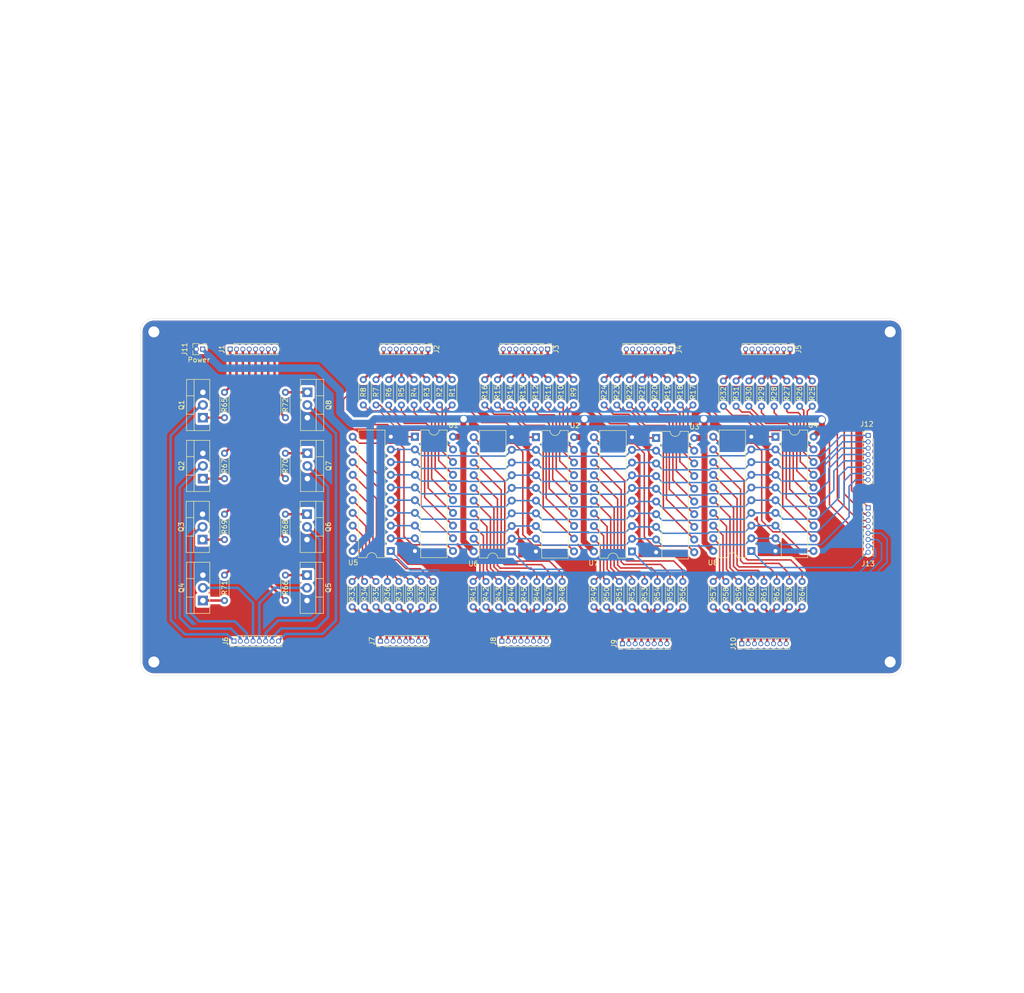
<source format=kicad_pcb>
(kicad_pcb (version 20240108) (generator "pcbnew") (generator_version "8.0")
  (layers (0 "F.Cu" signal) (31 "B.Cu" signal) (34 "B.Paste" user) (35 "F.Paste" user) (36 "B.SilkS" user "B.Silkscreen") (37 "F.SilkS" user "F.Silkscreen") (38 "B.Mask" user) (39 "F.Mask" user) (44 "Edge.Cuts" user))
  (net 0 "")
  (net 1 "Net-(J4-Pin_5)")
  (net 2 "Net-(J4-Pin_3)")
  (net 3 "Net-(J4-Pin_8)")
  (net 4 "Net-(J4-Pin_2)")
  (net 5 "Net-(J4-Pin_7)")
  (net 6 "Net-(J4-Pin_1)")
  (net 7 "Net-(J4-Pin_6)")
  (net 8 "Net-(J4-Pin_4)")
  (net 9 "Net-(J5-Pin_5)")
  (net 10 "Net-(J5-Pin_4)")
  (net 11 "Net-(J5-Pin_8)")
  (net 12 "Net-(J5-Pin_3)")
  (net 13 "Net-(J5-Pin_6)")
  (net 14 "Net-(J5-Pin_1)")
  (net 15 "Net-(J5-Pin_7)")
  (net 16 "Net-(J5-Pin_2)")
  (net 17 "Net-(J6-Pin_5)")
  (net 18 "Net-(J6-Pin_4)")
  (net 19 "Net-(J6-Pin_1)")
  (net 20 "Net-(J6-Pin_3)")
  (net 21 "Net-(J6-Pin_8)")
  (net 22 "Net-(J6-Pin_7)")
  (net 23 "Net-(J6-Pin_6)")
  (net 24 "Net-(J6-Pin_2)")
  (net 25 "Net-(J7-Pin_4)")
  (net 26 "Net-(J7-Pin_8)")
  (net 27 "Net-(J7-Pin_1)")
  (net 28 "Net-(J7-Pin_2)")
  (net 29 "Net-(J7-Pin_7)")
  (net 30 "Net-(J7-Pin_6)")
  (net 31 "Net-(J7-Pin_5)")
  (net 32 "Net-(J7-Pin_3)")
  (net 33 "Net-(J8-Pin_1)")
  (net 34 "Net-(J8-Pin_7)")
  (net 35 "Net-(J8-Pin_8)")
  (net 36 "Net-(J8-Pin_5)")
  (net 37 "Net-(J8-Pin_2)")
  (net 38 "Net-(J8-Pin_4)")
  (net 39 "Net-(J8-Pin_3)")
  (net 40 "Net-(J8-Pin_6)")
  (net 41 "Net-(J9-Pin_8)")
  (net 42 "Net-(J9-Pin_7)")
  (net 43 "Net-(J9-Pin_5)")
  (net 44 "Net-(J9-Pin_1)")
  (net 45 "Net-(J9-Pin_2)")
  (net 46 "Net-(J9-Pin_3)")
  (net 47 "Net-(J9-Pin_4)")
  (net 48 "Net-(J9-Pin_6)")
  (net 49 "Net-(J10-Pin_2)")
  (net 50 "Net-(J10-Pin_5)")
  (net 51 "Net-(J10-Pin_3)")
  (net 52 "Net-(J10-Pin_4)")
  (net 53 "Net-(J10-Pin_8)")
  (net 54 "Net-(J10-Pin_1)")
  (net 55 "Net-(J10-Pin_7)")
  (net 56 "Net-(J10-Pin_6)")
  (net 57 "VCC")
  (net 58 "GND")
  (net 59 "/D4")
  (net 60 "/D7")
  (net 61 "/D1")
  (net 62 "/D6")
  (net 63 "/D0")
  (net 64 "/D3")
  (net 65 "/D5")
  (net 66 "/D2")
  (net 67 "/OE7")
  (net 68 "/OE4")
  (net 69 "/OE2")
  (net 70 "/OE6")
  (net 71 "/OE5")
  (net 72 "/OE3")
  (net 73 "/OE8")
  (net 74 "/OE1")
  (net 75 "Net-(Q1-G)")
  (net 76 "Net-(Q2-G)")
  (net 77 "Net-(Q3-G)")
  (net 78 "Net-(Q4-G)")
  (net 79 "Net-(Q5-G)")
  (net 80 "Net-(Q6-G)")
  (net 81 "Net-(Q7-G)")
  (net 82 "Net-(Q8-G)")
  (net 83 "Net-(J2-Pin_1)")
  (net 84 "Net-(U1-Q0)")
  (net 85 "Net-(J2-Pin_2)")
  (net 86 "Net-(U1-Q1)")
  (net 87 "Net-(J2-Pin_3)")
  (net 88 "Net-(U1-Q2)")
  (net 89 "Net-(U1-Q3)")
  (net 90 "Net-(J2-Pin_4)")
  (net 91 "Net-(J2-Pin_5)")
  (net 92 "Net-(U1-Q4)")
  (net 93 "Net-(J2-Pin_6)")
  (net 94 "Net-(U1-Q5)")
  (net 95 "Net-(J2-Pin_7)")
  (net 96 "Net-(U1-Q6)")
  (net 97 "Net-(J2-Pin_8)")
  (net 98 "Net-(U1-Q7)")
  (net 99 "Net-(J3-Pin_1)")
  (net 100 "Net-(U2-Q0)")
  (net 101 "Net-(J3-Pin_2)")
  (net 102 "Net-(U2-Q1)")
  (net 103 "Net-(J3-Pin_3)")
  (net 104 "Net-(U2-Q2)")
  (net 105 "Net-(U2-Q3)")
  (net 106 "Net-(J3-Pin_4)")
  (net 107 "Net-(U2-Q4)")
  (net 108 "Net-(J3-Pin_5)")
  (net 109 "Net-(U2-Q5)")
  (net 110 "Net-(J3-Pin_6)")
  (net 111 "Net-(J3-Pin_7)")
  (net 112 "Net-(U2-Q6)")
  (net 113 "Net-(J3-Pin_8)")
  (net 114 "Net-(U2-Q7)")
  (net 115 "Net-(U3-Q0)")
  (net 116 "Net-(U3-Q1)")
  (net 117 "Net-(U3-Q2)")
  (net 118 "Net-(U3-Q3)")
  (net 119 "Net-(U3-Q4)")
  (net 120 "Net-(U3-Q5)")
  (net 121 "Net-(U3-Q6)")
  (net 122 "Net-(U3-Q7)")
  (net 123 "Net-(U4-Q0)")
  (net 124 "Net-(U4-Q1)")
  (net 125 "Net-(U4-Q2)")
  (net 126 "Net-(U4-Q3)")
  (net 127 "Net-(U4-Q4)")
  (net 128 "Net-(U4-Q5)")
  (net 129 "Net-(U4-Q6)")
  (net 130 "Net-(U4-Q7)")
  (net 131 "Net-(U5-Q0)")
  (net 132 "Net-(U5-Q1)")
  (net 133 "Net-(U5-Q2)")
  (net 134 "Net-(U5-Q3)")
  (net 135 "Net-(U5-Q4)")
  (net 136 "Net-(U5-Q5)")
  (net 137 "Net-(U5-Q6)")
  (net 138 "Net-(U5-Q7)")
  (net 139 "Net-(U6-Q0)")
  (net 140 "Net-(U6-Q1)")
  (net 141 "Net-(U6-Q2)")
  (net 142 "Net-(U6-Q3)")
  (net 143 "Net-(U6-Q4)")
  (net 144 "Net-(U6-Q5)")
  (net 145 "Net-(U6-Q6)")
  (net 146 "Net-(U6-Q7)")
  (net 147 "Net-(U7-Q0)")
  (net 148 "Net-(U7-Q1)")
  (net 149 "Net-(U7-Q2)")
  (net 150 "Net-(U7-Q3)")
  (net 151 "Net-(U7-Q4)")
  (net 152 "Net-(U7-Q5)")
  (net 153 "Net-(U7-Q6)")
  (net 154 "Net-(U7-Q7)")
  (net 155 "Net-(U8-Q0)")
  (net 156 "Net-(U8-Q1)")
  (net 157 "Net-(U8-Q2)")
  (net 158 "Net-(U8-Q3)")
  (net 159 "Net-(U8-Q4)")
  (net 160 "Net-(U8-Q5)")
  (net 161 "Net-(U8-Q6)")
  (net 162 "Net-(U8-Q7)")
  (net 163 "Net-(J1-Pin_1)")
  (net 164 "Net-(J1-Pin_5)")
  (net 165 "Net-(J1-Pin_2)")
  (net 166 "Net-(J1-Pin_6)")
  (net 167 "Net-(J1-Pin_3)")
  (net 168 "Net-(J1-Pin_7)")
  (net 169 "Net-(J1-Pin_4)")
  (net 170 "Net-(J1-Pin_8)")
  (net 171 "Net-(U1-Cp)")
  (net 172 "Net-(U2-Cp)")
  (net 173 "Net-(U3-Cp)")
  (net 174 "Net-(U4-Cp)")
  (footprint "Resistor_THT:R_Axial_DIN0204_L3.6mm_D1.6mm_P5.08mm_Horizontal" (layer "F.Cu") (at 223.680792 80.4164 90)
    (property "Reference" "R59")
    (property "Value" "R_Small")
  )
  (footprint "Resistor_THT:R_Axial_DIN0204_L3.6mm_D1.6mm_P5.08mm_Horizontal" (layer "F.Cu") (at 148.844 80.4164 90)
    (property "Reference" "R34")
    (property "Value" "R_Small")
  )
  (footprint "Package_DIP:DIP-20_W7.62mm" (layer "F.Cu") (at 226.220792 69.2404 180)
    (property "Reference" "U8")
    (property "Value" "74LS574")
  )
  (footprint "Connector_PinHeader_1.27mm:PinHeader_1x02_P1.27mm_Vertical" (layer "F.Cu") (at 116.441992 28.8544 -90)
    (property "Reference" "J11")
    (property "Value" "Power")
  )
  (footprint "Resistor_THT:R_Axial_DIN0204_L3.6mm_D1.6mm_P5.08mm_Horizontal" (layer "F.Cu") (at 221.140792 80.4164 90)
    (property "Reference" "R58")
    (property "Value" "R_Small")
  )
  (footprint "Resistor_THT:R_Axial_DIN0204_L3.6mm_D1.6mm_P5.08mm_Horizontal" (layer "F.Cu") (at 148.59 34.9504 -90)
    (property "Reference" "R8")
    (property "Value" "R_Small")
  )
  (footprint "Resistor_THT:R_Axial_DIN0204_L3.6mm_D1.6mm_P5.08mm_Horizontal" (layer "F.Cu") (at 175.420792 34.950401 -90)
    (property "Reference" "R15")
    (property "Value" "R_Small")
  )
  (footprint "MountingHole:MountingHole_2.2mm_M2_Pad" (layer "F.Cu") (at 254 91.44)
    (property "Reference" "H3")
    (property "Value" "MountingHole_Pad")
  )
  (footprint "Resistor_THT:R_Axial_DIN0204_L3.6mm_D1.6mm_P5.08mm_Horizontal" (layer "F.Cu") (at 225.712792 35.204401 -90)
    (property "Reference" "R30")
    (property "Value" "R_Small")
  )
  (footprint "Package_TO_SOT_THT:TO-220-3_Vertical" (layer "F.Cu") (at 116.492792 42.5704 90)
    (property "Reference" "Q1")
    (property "Value" "IRF540N")
  )
  (footprint "Package_TO_SOT_THT:TO-220-3_Vertical" (layer "F.Cu") (at 116.421792 66.9544 90)
    (property "Reference" "Q3")
    (property "Value" "IRF540N")
  )
  (footprint "Resistor_THT:R_Axial_DIN0204_L3.6mm_D1.6mm_P5.08mm_Horizontal" (layer "F.Cu") (at 161.29 34.950401 -90)
    (property "Reference" "R3")
    (property "Value" "R_Small")
  )
  (footprint "Resistor_THT:R_Axial_DIN0204_L3.6mm_D1.6mm_P5.08mm_Horizontal" (layer "F.Cu") (at 133.002792 61.874399 -90)
    (property "Reference" "R68")
    (property "Value" "R_Small")
  )
  (footprint "Package_DIP:DIP-20_W7.62mm" (layer "F.Cu") (at 154.084793 69.2404 180)
    (property "Reference" "U5")
    (property "Value" "74LS574")
  )
  (footprint "Resistor_THT:R_Axial_DIN0204_L3.6mm_D1.6mm_P5.08mm_Horizontal" (layer "F.Cu") (at 230.792792 35.204401 -90)
    (property "Reference" "R28")
    (property "Value" "R_Small")
  )
  (footprint "Resistor_THT:R_Axial_DIN0204_L3.6mm_D1.6mm_P5.08mm_Horizontal" (layer "F.Cu") (at 209.456792 34.950401 -90)
    (property "Reference" "R19")
    (property "Value" "R_Small")
  )
  (footprint "Resistor_THT:R_Axial_DIN0204_L3.6mm_D1.6mm_P5.08mm_Horizontal" (layer "F.Cu") (at 197.264792 80.4164 90)
    (property "Reference" "R50")
    (property "Value" "R_Small")
  )
  (footprint "Resistor_THT:R_Axial_DIN0204_L3.6mm_D1.6mm_P5.08mm_Horizontal" (layer "F.Cu") (at 180.500792 34.950401 -90)
    (property "Reference" "R13")
    (property "Value" "R_Small")
  )
  (footprint "Resistor_THT:R_Axial_DIN0204_L3.6mm_D1.6mm_P5.08mm_Horizontal" (layer "F.Cu") (at 151.13 34.950402 -90)
    (property "Reference" "R7")
    (property "Value" "R_Small")
  )
  (footprint "Resistor_THT:R_Axial_DIN0204_L3.6mm_D1.6mm_P5.08mm_Horizontal" (layer "F.Cu") (at 153.416 80.4164 90)
    (property "Reference" "R36")
    (property "Value" "R_Small")
  )
  (footprint "Resistor_THT:R_Axial_DIN0204_L3.6mm_D1.6mm_P5.08mm_Horizontal" (layer "F.Cu") (at 120.810792 42.5704 90)
    (property "Reference" "R65")
    (property "Value" "R_Small")
  )
  (footprint "Resistor_THT:R_Axial_DIN0204_L3.6mm_D1.6mm_P5.08mm_Horizontal" (layer "F.Cu") (at 155.702 80.416401 90)
    (property "Reference" "R37")
    (property "Value" "R_Small")
  )
  (footprint "Resistor_THT:R_Axial_DIN0204_L3.6mm_D1.6mm_P5.08mm_Horizontal" (layer "F.Cu") (at 209.964792 80.4164 90)
    (property "Reference" "R55")
    (property "Value" "R_Small")
  )
  (footprint "Resistor_THT:R_Axial_DIN0204_L3.6mm_D1.6mm_P5.08mm_Horizontal" (layer "F.Cu") (at 172.880792 34.950401 -90)
    (property "Reference" "R16")
    (property "Value" "R_Small")
  )
  (footprint "Resistor_THT:R_Axial_DIN0204_L3.6mm_D1.6mm_P5.08mm_Horizontal" (layer "F.Cu") (at 226.220792 80.4164 90)
    (property "Reference" "R60")
    (property "Value" "R_Small")
  )
  (footprint "Resistor_THT:R_Axial_DIN0204_L3.6mm_D1.6mm_P5.08mm_Horizontal" (layer "F.Cu") (at 228.252792 35.204401 -90)
    (property "Reference" "R29")
    (property "Value" "R_Small")
  )
  (footprint "Connector_PinHeader_1.27mm:PinHeader_1x08_P1.27mm_Vertical" (layer "F.Cu") (at 122.710792 87.2744 90)
    (property "Reference" "J6")
    (property "Value" "Conn_01x08_Socket")
  )
  (footprint "Resistor_THT:R_Axial_DIN0204_L3.6mm_D1.6mm_P5.08mm_Horizontal" (layer "F.Cu") (at 212.504792 80.416399 90)
    (property "Reference" "R56")
    (property "Value" "R_Small")
  )
  (footprint "Resistor_THT:R_Axial_DIN0204_L3.6mm_D1.6mm_P5.08mm_Horizontal" (layer "F.Cu") (at 228.760792 80.4164 90)
    (property "Reference" "R61")
    (property "Value" "R_Small")
  )
  (footprint "Resistor_THT:R_Axial_DIN0204_L3.6mm_D1.6mm_P5.08mm_Horizontal" (layer "F.Cu") (at 160.274 80.4164 90)
    (property "Reference" "R39")
    (property "Value" "R_Small")
  )
  (footprint "Package_TO_SOT_THT:TO-220-3_Vertical" (layer "F.Cu") (at 116.492792 54.7624 90)
    (property "Reference" "Q2")
    (property "Value" "IRF540N")
  )
  (footprint "Resistor_THT:R_Axial_DIN0204_L3.6mm_D1.6mm_P5.08mm_Horizontal" (layer "F.Cu") (at 236.380792 80.4164 90)
    (property "Reference" "R64")
    (property "Value" "R_Small")
  )
  (footprint "Resistor_THT:R_Axial_DIN0204_L3.6mm_D1.6mm_P5.08mm_Horizontal" (layer "F.Cu") (at 163.83 34.950401 -90)
    (property "Reference" "R2")
    (property "Value" "R_Small")
  )
  (footprint "Resistor_THT:R_Axial_DIN0204_L3.6mm_D1.6mm_P5.08mm_Horizontal" (layer "F.Cu") (at 133.002792 74.066399 -90)
    (property "Reference" "R66")
    (property "Value" "R_Small")
  )
  (footprint "Resistor_THT:R_Axial_DIN0204_L3.6mm_D1.6mm_P5.08mm_Horizontal" (layer "F.Cu") (at 153.67 34.950402 -90)
    (property "Reference" "R6")
    (property "Value" "R_Small")
  )
  (footprint "Connector_PinHeader_1.27mm:PinHeader_1x08_P1.27mm_Vertical" (layer "F.Cu") (at 185.458792 28.8544 -90)
    (property "Reference" "J3")
    (property "Value" "Conn_01x08_Socket")
  )
  (footprint "Resistor_THT:R_Axial_DIN0204_L3.6mm_D1.6mm_P5.08mm_Horizontal" (layer "F.Cu") (at 218.600792 80.4164 90)
    (property "Reference" "R57")
    (property "Value" "R_Small")
  )
  (footprint "Package_DIP:DIP-20_W7.62mm" (layer "F.Cu") (at 207.170792 46.6344)
    (property "Reference" "U3")
    (property "Value" "74LS574")
  )
  (footprint "Connector_PinHeader_1.27mm:PinHeader_1x08_P1.27mm_Vertical" (layer "F.Cu") (at 224.310792 87.7824 90)
    (property "Reference" "J10")
    (property "Value" "Conn_01x08_Socket")
  )
  (footprint "MountingHole:MountingHole_2.2mm_M2_Pad" (layer "F.Cu") (at 106.68 25.4)
    (property "Reference" "H1")
    (property "Value" "MountingHole_Pad")
  )
  (footprint "Resistor_THT:R_Axial_DIN0204_L3.6mm_D1.6mm_P5.08mm_Horizontal" (layer "F.Cu") (at 151.13 80.4164 90)
    (property "Reference" "R35")
    (property "Value" "R_Small")
  )
  (footprint "Resistor_THT:R_Axial_DIN0204_L3.6mm_D1.6mm_P5.08mm_Horizontal" (layer "F.Cu") (at 120.810792 79.1464 90)
    (property "Reference" "R71")
    (property "Value" "R_Small")
  )
  (footprint "Resistor_THT:R_Axial_DIN0204_L3.6mm_D1.6mm_P5.08mm_Horizontal" (layer "F.Cu") (at 175.674792 80.4164 90)
    (property "Reference" "R43")
    (property "Value" "R_Small")
  )
  (footprint "Resistor_THT:R_Axial_DIN0204_L3.6mm_D1.6mm_P5.08mm_Horizontal" (layer "F.Cu") (at 188.120792 34.950401 -90)
    (property "Reference" "R10")
    (property "Value" "R_Small")
  )
  (footprint "Resistor_THT:R_Axial_DIN0204_L3.6mm_D1.6mm_P5.08mm_Horizontal" (layer "F.Cu") (at 196.756792 34.950401 -90)
    (property "Reference" "R24")
    (property "Value" "R_Small")
  )
  (footprint "Connector_PinHeader_1.27mm:PinHeader_1x08_P1.27mm_Vertical" (layer "F.Cu") (at 210.096792 28.8544 -90)
    (property "Reference" "J4")
    (property "Value" "Conn_01x08_Socket")
  )
  (footprint "Resistor_THT:R_Axial_DIN0204_L3.6mm_D1.6mm_P5.08mm_Horizontal" (layer "F.Cu") (at 156.21 34.9504 -90)
    (property "Reference" "R5")
    (property "Value" "R_Small")
  )
  (footprint "Resistor_THT:R_Axial_DIN0204_L3.6mm_D1.6mm_P5.08mm_Horizontal" (layer "F.Cu") (at 231.300792 80.4164 90)
    (property "Reference" "R62")
    (property "Value" "R_Small")
  )
  (footprint "Resistor_THT:R_Axial_DIN0204_L3.6mm_D1.6mm_P5.08mm_Horizontal" (layer "F.Cu") (at 133.002792 37.490399 -90)
    (property "Reference" "R72")
    (property "Value" "R_Small")
  )
  (footprint "Package_DIP:DIP-20_W7.62mm" (layer "F.Cu") (at 158.910792 46.3804)
    (property "Reference" "U1")
    (property "Value" "74LS574")
  )
  (footprint "Package_TO_SOT_THT:TO-220-3_Vertical" (layer "F.Cu") (at 137.320792 61.8744 -90)
    (property "Reference" "Q6")
    (property "Value" "IRF540N")
  )
  (footprint "Connector_PinHeader_1.27mm:PinHeader_1x08_P1.27mm_Vertical" (layer "F.Cu") (at 161.543999 28.8544 -90)
    (property "Reference" "J2")
    (property "Value" "Conn_01x08_Socket")
  )
  (footprint "Resistor_THT:R_Axial_DIN0204_L3.6mm_D1.6mm_P5.08mm_Horizontal" (layer "F.Cu") (at 185.580792 34.950401 -90)
    (property "Reference" "R11")
    (property "Value" "R_Small")
  )
  (footprint "Resistor_THT:R_Axial_DIN0204_L3.6mm_D1.6mm_P5.08mm_Horizontal" (layer "F.Cu") (at 133.002792 49.682399 -90)
    (property "Reference" "R70")
    (property "Value" "R_Small")
  )
  (footprint "Resistor_THT:R_Axial_DIN0204_L3.6mm_D1.6mm_P5.08mm_Horizontal" (layer "F.Cu") (at 199.296792 34.950401 -90)
    (property "Reference" "R23")
    (property "Value" "R_Small")
  )
  (footprint "Resistor_THT:R_Axial_DIN0204_L3.6mm_D1.6mm_P5.08mm_Horizontal" (layer "F.Cu") (at 190.660792 34.950401 -90)
    (property "Reference" "R9")
    (property "Value" "R_Small")
  )
  (footprint "Resistor_THT:R_Axial_DIN0204_L3.6mm_D1.6mm_P5.08mm_Horizontal" (layer "F.Cu") (at 223.172792 35.204401 -90)
    (property "Reference" "R31")
    (property "Value" "R_Small")
  )
  (footprint "Resistor_THT:R_Axial_DIN0204_L3.6mm_D1.6mm_P5.08mm_Horizontal" (layer "F.Cu") (at 158.75 34.9504 -90)
    (property "Reference" "R4")
    (property "Value" "R_Small")
  )
  (footprint "Resistor_THT:R_Axial_DIN0204_L3.6mm_D1.6mm_P5.08mm_Horizontal" (layer "F.Cu") (at 204.376792 34.950401 -90)
    (property "Reference" "R21")
    (property "Value" "R_Small")
  )
  (footprint "Connector_PinHeader_1.27mm:PinHeader_1x08_P1.27mm_Vertical" (layer "F.Cu") (at 121.948792 28.8544 90)
    (property "Reference" "J1")
    (property "Value" "Conn_01x08_Socket")
  )
  (footprint "Package_DIP:DIP-20_W7.62mm" (layer "F.Cu") (at 178.288793 69.3144 180)
    (property "Reference" "U6")
    (property "Value" "74LS574")
  )
  (footprint "Resistor_THT:R_Axial_DIN0204_L3.6mm_D1.6mm_P5.08mm_Horizontal" (layer "F.Cu") (at 183.294792 80.4164 90)
    (property "Reference" "R46")
    (property "Value" "R_Small")
  )
  (footprint "Resistor_THT:R_Axial_DIN0204_L3.6mm_D1.6mm_P5.08mm_Horizontal" (layer "F.Cu") (at 233.840792 80.4164 90)
    (property "Reference" "R63")
    (property "Value" "R_Small")
  )
  (footprint "Resistor_THT:R_Axial_DIN0204_L3.6mm_D1.6mm_P5.08mm_Horizontal" (layer "F.Cu") (at 202.344792 80.4164 90)
    (property "Reference" "R52")
    (property "Value" "R_Small")
  )
  (footprint "Package_TO_SOT_THT:TO-220-3_Vertical" (layer "F.Cu") (at 137.320792 74.0664 -90)
    (property "Reference" "Q5")
    (property "Value" "IRF540N")
  )
  (footprint "Resistor_THT:R_Axial_DIN0204_L3.6mm_D1.6mm_P5.08mm_Horizontal" (layer "F.Cu") (at 235.872792 35.204401 -90)
    (property "Reference" "R26")
    (property "Value" "R_Small")
  )
  (footprint "Resistor_THT:R_Axial_DIN0204_L3.6mm_D1.6mm_P5.08mm_Horizontal" (layer "F.Cu") (at 199.804792 80.4164 90)
    (property "Reference" "R51")
    (property "Value" "R_Small")
  )
  (footprint "Package_TO_SOT_THT:TO-220-3_Vertical" (layer "F.Cu") (at 116.492792 79.1464 90)
    (property "Reference" "Q4")
    (property "Value" "IRF540N")
  )
  (footprint "Resistor_THT:R_Axial_DIN0204_L3.6mm_D1.6mm_P5.08mm_Horizontal" (layer "F.Cu") (at 204.884792 80.4164 90)
    (property "Reference" "R53")
    (property "Value" "R_Small")
  )
  (footprint "Resistor_THT:R_Axial_DIN0204_L3.6mm_D1.6mm_P5.08mm_Horizontal" (layer "F.Cu") (at 173.134792 80.4164 90)
    (property "Reference" "R42")
    (property "Value" "R_Small")
  )
  (footprint "Resistor_THT:R_Axial_DIN0204_L3.6mm_D1.6mm_P5.08mm_Horizontal" (layer "F.Cu") (at 194.724792 80.4164 90)
    (property "Reference" "R49")
    (property "Value" "R_Small")
  )
  (footprint "Resistor_THT:R_Axial_DIN0204_L3.6mm_D1.6mm_P5.08mm_Horizontal" (layer "F.Cu") (at 207.424792 80.4164 90)
    (property "Reference" "R54")
    (property "Value" "R_Small")
  )
  (footprint "Resistor_THT:R_Axial_DIN0204_L3.6mm_D1.6mm_P5.08mm_Horizontal" (layer "F.Cu") (at 162.56 80.4164 90)
    (property "Reference" "R40")
    (property "Value" "R_Small")
  )
  (footprint "Resistor_THT:R_Axial_DIN0204_L3.6mm_D1.6mm_P5.08mm_Horizontal" (layer "F.Cu") (at 183.040792 34.950401 -90)
    (property "Reference" "R12")
    (property "Value" "R_Small")
  )
  (footprint "Resistor_THT:R_Axial_DIN0204_L3.6mm_D1.6mm_P5.08mm_Horizontal" (layer "F.Cu") (at 201.836792 34.950401 -90)
    (property "Reference" "R22")
    (property "Value" "R_Small")
  )
  (footprint "Resistor_THT:R_Axial_DIN0204_L3.6mm_D1.6mm_P5.08mm_Horizontal" (layer "F.Cu") (at 238.412792 35.204401 -90)
    (property "Reference" "R25")
    (property "Value" "R_Small")
  )
  (footprint "Connector_PinHeader_1.27mm:PinHeader_1x08_P1.27mm_Vertical" (layer "F.Cu") (at 249.588792 60.6044)
    (property "Reference" "J13")
    (property "Value" "Conn_01x08_Socket")
  )
  (footprint "Package_DIP:DIP-20_W7.62mm" (layer "F.Cu") (at 202.344793 69.329402 180)
    (property "Reference" "U7")
    (property "Value" "74LS574")
  )
  (footprint "Resistor_THT:R_Axial_DIN0204_L3.6mm_D1.6mm_P5.08mm_Horizontal" (layer "F.Cu") (at 178.214792 80.4164 90)
    (property "Reference" "R44")
    (property "Value" "R_Small")
  )
  (footprint "Resistor_THT:R_Axial_DIN0204_L3.6mm_D1.6mm_P5.08mm_Horizontal" (layer "F.Cu") (at 177.960792 34.950401 -90)
    (property "Reference" "R14")
    (property "Value" "R_Small")
  )
  (footprint "Resistor_THT:R_Axial_DIN0204_L3.6mm_D1.6mm_P5.08mm_Horizontal" (layer "F.Cu") (at 157.988 80.416401 90)
    (property "Reference" "R38")
    (property "Value" "R_Small")
  )
  (footprint "Resistor_THT:R_Axial_DIN0204_L3.6mm_D1.6mm_P5.08mm_Horizontal" (layer "F.Cu") (at 214.536792 34.950401 -90)
    (property "Reference" "R17")
    (property "Value" "R_Small")
  )
  (footprint "Resistor_THT:R_Axial_DIN0204_L3.6mm_D1.6mm_P5.08mm_Horizontal" (layer "F.Cu") (at 188.374792 80.416399 90)
    (property "Reference" "R48")
    (property "Value" "R_Small")
  )
  (footprint "Resistor_THT:R_Axial_DIN0204_L3.6mm_D1.6mm_P5.08mm_Horizontal" (layer "F.Cu") (at 120.810792 66.9544 90)
    (property "Reference" "R69")
    (property "Value" "R_Small")
  )
  (footprint "Connector_PinHeader_1.27mm:PinHeader_1x08_P1.27mm_Vertical" (layer "F.Cu") (at 249.588792 46.1264)
    (property "Reference" "J12")
    (property "Value" "Conn_01x08_Socket")
  )
  (footprint "Resistor_THT:R_Axial_DIN0204_L3.6mm_D1.6mm_P5.08mm_Horizontal" (layer "F.Cu") (at 166.37 34.950401 -90)
    (property "Reference" "R1")
    (property "Value" "R_Small")
  )
  (footprint "Resistor_THT:R_Axial_DIN0204_L3.6mm_D1.6mm_P5.08mm_Horizontal" (layer "F.Cu") (at 170.571792 80.4054 90)
    (property "Reference" "R41")
    (property "Value" "R_Small")
  )
  (footprint "Package_TO_SOT_THT:TO-220-3_Vertical" (layer "F.Cu") (at 137.391792 37.490399 -90)
    (property "Reference" "Q8")
    (property "Value" "IRF540N")
  )
  (footprint "Resistor_THT:R_Axial_DIN0204_L3.6mm_D1.6mm_P5.08mm_Horizontal" (layer "F.Cu") (at 206.916792 34.950401 -90)
    (property "Reference" "R20")
    (property "Value" "R_Small")
  )
  (footprint "Connector_PinHeader_1.27mm:PinHeader_1x08_P1.27mm_Vertical" (layer "F.Cu") (at 200.434792 87.7824 90)
    (property "Reference" "J9")
    (property "Value" "Conn_01x08_Socket")
  )
  (footprint "Connector_PinHeader_1.27mm:PinHeader_1x08_P1.27mm_Vertical" (layer "F.Cu") (at 152.014 87.2744 90)
    (property "Reference" "J7")
    (property "Value" "Conn_01x08_Socket")
  )
  (footprint "Connector_PinHeader_1.27mm:PinHeader_1x08_P1.27mm_Vertical" (layer "F.Cu") (at 176.304792 87.2744 90)
    (property "Reference" "J8")
    (property "Value" "Conn_01x08_Socket")
  )
  (footprint "Resistor_THT:R_Axial_DIN0204_L3.6mm_D1.6mm_P5.08mm_Horizontal" (layer "F.Cu") (at 220.632792 35.204401 -90)
    (property "Reference" "R32")
    (property "Value" "R_Small")
  )
  (footprint "Resistor_THT:R_Axial_DIN0204_L3.6mm_D1.6mm_P5.08mm_Horizontal" (layer "F.Cu") (at 185.834792 80.4164 90)
    (property "Reference" "R47")
    (property "Value" "R_Small")
  )
  (footprint "Resistor_THT:R_Axial_DIN0204_L3.6mm_D1.6mm_P5.08mm_Horizontal" (layer "F.Cu") (at 120.810792 54.7624 90)
    (property "Reference" "R67")
    (property "Value" "R_Small")
  )
  (footprint "Package_DIP:DIP-20_W7.62mm" (layer "F.Cu") (at 183.124792 46.4594)
    (property "Reference" "U2")
    (property "Value" "74LS574")
  )
  (footprint "Resistor_THT:R_Axial_DIN0204_L3.6mm_D1.6mm_P5.08mm_Horizontal" (layer "F.Cu") (at 146.352 80.416401 90)
    (property "Reference" "R33")
    (property "Value" "R_Small")
  )
  (footprint "MountingHole:MountingHole_2.2mm_M2_Pad" (layer "F.Cu") (at 254 25.4)
    (property "Reference" "H2")
    (property "Value" "MountingHole_Pad")
  )
  (footprint "Connector_PinHeader_1.27mm:PinHeader_1x08_P1.27mm_Vertical" (layer "F.Cu") (at 233.972792 28.8544 -90)
    (property "Reference" "J5")
    (property "Value" "Conn_01x08_Socket")
  )
  (footprint "Resistor_THT:R_Axial_DIN0204_L3.6mm_D1.6mm_P5.08mm_Horizontal" (layer "F.Cu") (at 233.332792 35.204401 -90)
    (property "Reference" "R27")
    (property "Value" "R_Small")
  )
  (footprint "MountingHole:MountingHole_2.2mm_M2_Pad" (layer "F.Cu") (at 106.68 91.44)
    (property "Reference" "H4")
    (property "Value" "MountingHole_Pad")
  )
  (footprint "Resistor_THT:R_Axial_DIN0204_L3.6mm_D1.6mm_P5.08mm_Horizontal" (layer "F.Cu") (at 180.754792 80.4164 90)
    (property "Reference" "R45")
    (property "Value" "R_Small")
  )
  (footprint "Package_TO_SOT_THT:TO-220-3_Vertical" (layer "F.Cu") (at 137.391792 49.682399 -90)
    (property "Reference" "Q7")
    (property "Value" "IRF540N")
  )
  (footprint "Package_DIP:DIP-20_W7.62mm" (layer "F.Cu") (at 231.046791 46.3804)
    (property "Reference" "U4")
    (property "Value" "74LS574")
  )
  (footprint "Resistor_THT:R_Axial_DIN0204_L3.6mm_D1.6mm_P5.08mm_Horizontal" (layer "F.Cu") (at 211.996792 34.950401 -90)
    (property "Reference" "R18")
    (property "Value" "R_Small")
  )
  (gr_line (start 106.68 22.6568) (end 254 22.6568) (stroke (width 0.05)) (layer "Edge.Cuts"))
  (gr_arc (start 106.68 94.1832) (mid 104.740265 93.379735) (end 103.9368 91.44) (stroke (width 0.05)) (layer "Edge.Cuts"))
  (gr_arc (start 103.9368 25.4) (mid 104.740265 23.460265) (end 106.68 22.6568) (stroke (width 0.05)) (layer "Edge.Cuts"))
  (gr_line (start 103.9368 91.44) (end 103.9368 25.4) (stroke (width 0.05)) (layer "Edge.Cuts"))
  (gr_line (start 256.7432 25.4) (end 256.7432 91.44) (stroke (width 0.05)) (layer "Edge.Cuts"))
  (gr_arc (start 254 22.6568) (mid 255.939735 23.460265) (end 256.7432 25.4) (stroke (width 0.05)) (layer "Edge.Cuts"))
  (gr_line (start 254 94.1832) (end 106.68 94.1832) (stroke (width 0.05)) (layer "Edge.Cuts"))
  (gr_arc (start 256.7432 91.44) (mid 255.939735 93.379735) (end 254 94.1832) (stroke (width 0.05)) (layer "Edge.Cuts"))
  (segment (start 204.376792 34.950401) (end 205.016793 34.3104) (width 0.5) (layer "F.Cu") (net 1))
  (segment (start 205.016793 34.3104) (end 205.016793 28.8544) (width 0.5) (layer "F.Cu") (net 1))
  (segment (start 207.556792 33.050401) (end 207.556792 28.8544) (width 0.5) (layer "F.Cu") (net 2))
  (segment (start 209.456792 34.950401) (end 207.556792 33.050401) (width 0.5) (layer "F.Cu") (net 2))
  (segment (start 196.756792 34.950401) (end 201.206792 30.500401) (width 0.5) (layer "F.Cu") (net 3))
  (segment (start 201.206792 30.500401) (end 201.206792 28.8544) (width 0.5) (layer "F.Cu") (net 3))
  (segment (start 208.826791 31.7804) (end 208.826791 28.8544) (width 0.5) (layer "F.Cu") (net 4))
  (segment (start 211.996792 34.950401) (end 208.826791 31.7804) (width 0.5) (layer "F.Cu") (net 4))
  (segment (start 202.476792 31.770401) (end 202.476792 28.8544) (width 0.5) (layer "F.Cu") (net 5))
  (segment (start 199.296792 34.950401) (end 202.476792 31.770401) (width 0.5) (layer "F.Cu") (net 5))
  (segment (start 210.096792 30.510401) (end 210.096792 28.8544) (width 0.5) (layer "F.Cu") (net 6))
  (segment (start 214.536792 34.950401) (end 210.096792 30.510401) (width 0.5) (layer "F.Cu") (net 6))
  (segment (start 201.836792 34.950401) (end 203.746792 33.040401) (width 0.5) (layer "F.Cu") (net 7))
  (segment (start 203.746792 33.040401) (end 203.746792 28.8544) (width 0.5) (layer "F.Cu") (net 7))
  (segment (start 206.286792 34.320401) (end 206.916792 34.950401) (width 0.5) (layer "F.Cu") (net 8))
  (segment (start 206.286792 28.8544) (end 206.286792 34.320401) (width 0.5) (layer "F.Cu") (net 8))
  (segment (start 228.892793 34.5644) (end 228.892793 28.8544) (width 0.5) (layer "F.Cu") (net 9))
  (segment (start 228.252792 35.204401) (end 228.892793 34.5644) (width 0.5) (layer "F.Cu") (net 9))
  (segment (start 230.162792 28.8544) (end 230.162792 34.574401) (width 0.5) (layer "F.Cu") (net 10))
  (segment (start 230.162792 34.574401) (end 230.792792 35.204401) (width 0.5) (layer "F.Cu") (net 10))
  (segment (start 220.632792 35.204401) (end 225.082792 30.754401) (width 0.5) (layer "F.Cu") (net 11))
  (segment (start 225.082792 30.754401) (end 225.082792 28.8544) (width 0.5) (layer "F.Cu") (net 11))
  (segment (start 233.332792 35.204401) (end 231.432792 33.304401) (width 0.5) (layer "F.Cu") (net 12))
  (segment (start 231.432792 33.304401) (end 231.432792 28.8544) (width 0.5) (layer "F.Cu") (net 12))
  (segment (start 227.622792 33.294401) (end 227.622792 28.8544) (width 0.5) (layer "F.Cu") (net 13))
  (segment (start 225.712792 35.204401) (end 227.622792 33.294401) (width 0.5) (layer "F.Cu") (net 13))
  (segment (start 238.412792 35.204401) (end 233.972792 30.764401) (width 0.5) (layer "F.Cu") (net 14))
  (segment (start 233.972792 30.764401) (end 233.972792 28.8544) (width 0.5) (layer "F.Cu") (net 14))
  (segment (start 226.352792 32.024401) (end 226.352792 28.8544) (width 0.5) (layer "F.Cu") (net 15))
  (segment (start 223.172792 35.204401) (end 226.352792 32.024401) (width 0.5) (layer "F.Cu") (net 15))
  (segment (start 232.702791 32.0344) (end 232.702791 28.8544) (width 0.5) (layer "F.Cu") (net 16))
  (segment (start 235.872792 35.204401) (end 232.702791 32.0344) (width 0.5) (layer "F.Cu") (net 16))
  (segment (start 127.790791 79.634001) (end 130.818392 76.6064) (width 0.5) (layer "B.Cu") (net 17))
  (segment (start 130.818392 76.6064) (end 137.320792 76.6064) (width 0.5) (layer "B.Cu") (net 17))
  (segment (start 127.790791 87.2744) (end 127.790791 79.634001) (width 0.5) (layer "B.Cu") (net 17))
  (segment (start 123.503192 76.6064) (end 116.492792 76.6064) (width 0.5) (layer "B.Cu") (net 18))
  (segment (start 126.520792 79.624) (end 123.503192 76.6064) (width 0.5) (layer "B.Cu") (net 18))
  (segment (start 126.520792 87.2744) (end 126.520792 79.624) (width 0.5) (layer "B.Cu") (net 18))
  (segment (start 122.710792 87.2744) (end 122.710792 87.244) (width 0.5) (layer "B.Cu") (net 19))
  (segment (start 112.869493 85.9028) (end 110.041192 83.074499) (width 0.5) (layer "B.Cu") (net 19))
  (segment (start 121.369592 85.9028) (end 112.869493 85.9028) (width 0.5) (layer "B.Cu") (net 19))
  (segment (start 122.710792 87.244) (end 121.369592 85.9028) (width 0.5) (layer "B.Cu") (net 19))
  (segment (start 110.041192 46.1695) (end 116.180292 40.0304) (width 0.5) (layer "B.Cu") (net 19))
  (segment (start 116.180292 40.0304) (end 116.492792 40.0304) (width 0.5) (layer "B.Cu") (net 19))
  (segment (start 110.041192 83.074499) (end 110.041192 46.1695) (width 0.5) (layer "B.Cu") (net 19))
  (segment (start 114.054392 81.6356) (end 114.054392 66.4693) (width 0.5) (layer "B.Cu") (net 20))
  (segment (start 125.250792 87.2744) (end 125.250792 85.6692) (width 0.5) (layer "B.Cu") (net 20))
  (segment (start 114.054392 66.4693) (end 116.109292 64.4144) (width 0.5) (layer "B.Cu") (net 20))
  (segment (start 125.250792 85.6692) (end 122.893592 83.312) (width 0.5) (layer "B.Cu") (net 20))
  (segment (start 116.109292 64.4144) (end 116.421792 64.4144) (width 0.5) (layer "B.Cu") (net 20))
  (segment (start 122.893592 83.312) (end 115.730792 83.312) (width 0.5) (layer "B.Cu") (net 20))
  (segment (start 115.730792 83.312) (end 114.054392 81.6356) (width 0.5) (layer "B.Cu") (net 20))
  (segment (start 143.111992 45.750599) (end 137.391792 40.030399) (width 0.5) (layer "B.Cu") (net 21))
  (segment (start 131.600792 87.2744) (end 133.023192 85.852) (width 0.5) (layer "B.Cu") (net 21))
  (segment (start 143.111992 83.1596) (end 143.111992 45.750599) (width 0.5) (layer "B.Cu") (net 21))
  (segment (start 133.023192 85.852) (end 140.419592 85.852) (width 0.5) (layer "B.Cu") (net 21))
  (segment (start 140.419592 85.852) (end 143.111992 83.1596) (width 0.5) (layer "B.Cu") (net 21))
  (segment (start 141.537192 56.367799) (end 137.391792 52.222399) (width 0.5) (layer "B.Cu") (net 22))
  (segment (start 132.163686 84.7344) (end 139.251192 84.7344) (width 0.5) (layer "B.Cu") (net 22))
  (segment (start 141.537192 82.4484) (end 141.537192 56.367799) (width 0.5) (layer "B.Cu") (net 22))
  (segment (start 130.330792 86.567294) (end 132.163686 84.7344) (width 0.5) (layer "B.Cu") (net 22))
  (segment (start 130.330792 87.2744) (end 130.330792 86.567294) (width 0.5) (layer "B.Cu") (net 22))
  (segment (start 139.251192 84.7344) (end 141.537192 82.4484) (width 0.5) (layer "B.Cu") (net 22))
  (segment (start 131.529592 83.1596) (end 138.336792 83.1596) (width 0.5) (layer "B.Cu") (net 23))
  (segment (start 139.911592 67.0052) (end 137.320792 64.4144) (width 0.5) (layer "B.Cu") (net 23))
  (segment (start 129.060792 85.6284) (end 131.529592 83.1596) (width 0.5) (layer "B.Cu") (net 23))
  (segment (start 129.060792 87.2744) (end 129.060792 85.6284) (width 0.5) (layer "B.Cu") (net 23))
  (segment (start 138.336792 83.1596) (end 139.911592 81.5848) (width 0.5) (layer "B.Cu") (net 23))
  (segment (start 139.911592 81.5848) (end 139.911592 67.0052) (width 0.5) (layer "B.Cu") (net 23))
  (segment (start 111.869992 56.5327) (end 116.180292 52.2224) (width 0.5) (layer "B.Cu") (net 24))
  (segment (start 114.054392 84.7852) (end 111.869992 82.6008) (width 0.5) (layer "B.Cu") (net 24))
  (segment (start 122.121592 84.7852) (end 114.054392 84.7852) (width 0.5) (layer "B.Cu") (net 24))
  (segment (start 123.980793 87.2744) (end 123.980793 86.644401) (width 0.5) (layer "B.Cu") (net 24))
  (segment (start 111.869992 82.6008) (end 111.869992 56.5327) (width 0.5) (layer "B.Cu") (net 24))
  (segment (start 123.980793 86.644401) (end 122.121592 84.7852) (width 0.5) (layer "B.Cu") (net 24))
  (segment (start 116.180292 52.2224) (end 116.492792 52.2224) (width 0.5) (layer "B.Cu") (net 24))
  (segment (start 153.416 80.4164) (end 155.824 82.8244) (width 0.5) (layer "F.Cu") (net 25))
  (segment (start 155.824 82.8244) (end 155.824 87.2744) (width 0.5) (layer "F.Cu") (net 25))
  (segment (start 160.904 82.0724) (end 160.904 87.2744) (width 0.5) (layer "F.Cu") (net 26))
  (segment (start 162.56 80.4164) (end 160.904 82.0724) (width 0.5) (layer "F.Cu") (net 26))
  (segment (start 152.014 86.078401) (end 152.014 87.2744) (width 0.5) (layer "F.Cu") (net 27))
  (segment (start 146.352 80.416401) (end 152.014 86.078401) (width 0.5) (layer "F.Cu") (net 27))
  (segment (start 148.844 80.4164) (end 153.284001 84.856401) (width 0.5) (layer "F.Cu") (net 28))
  (segment (start 153.284001 84.856401) (end 153.284001 87.2744) (width 0.5) (layer "F.Cu") (net 28))
  (segment (start 160.274 80.4164) (end 160.274 80.6704) (width 0.5) (layer "F.Cu") (net 29))
  (segment (start 159.634 81.3104) (end 159.634 87.2744) (width 0.5) (layer "F.Cu") (net 29))
  (segment (start 160.274 80.6704) (end 159.634 81.3104) (width 0.5) (layer "F.Cu") (net 29))
  (segment (start 157.988 86.8984) (end 158.364 87.2744) (width 0.5) (layer "F.Cu") (net 30))
  (segment (start 157.988 80.416401) (end 157.988 86.8984) (width 0.5) (layer "F.Cu") (net 30))
  (segment (start 157.093999 81.8084) (end 157.093999 87.2744) (width 0.5) (layer "F.Cu") (net 31))
  (segment (start 155.702 80.416401) (end 157.093999 81.8084) (width 0.5) (layer "F.Cu") (net 31))
  (segment (start 151.13 80.4164) (end 154.554 83.8404) (width 0.5) (layer "F.Cu") (net 32))
  (segment (start 154.554 83.8404) (end 154.554 87.2744) (width 0.5) (layer "F.Cu") (net 32))
  (segment (start 170.571792 80.4054) (end 176.304792 86.1384) (width 0.5) (layer "F.Cu") (net 33))
  (segment (start 176.304792 86.1384) (end 176.304792 87.2744) (width 0.5) (layer "F.Cu") (net 33))
  (segment (start 183.924792 82.3264) (end 183.924792 87.2744) (width 0.5) (layer "F.Cu") (net 34))
  (segment (start 185.834792 80.4164) (end 183.924792 82.3264) (width 0.5) (layer "F.Cu") (net 34))
  (segment (start 185.194792 83.596399) (end 185.194792 87.2744) (width 0.5) (layer "F.Cu") (net 35))
  (segment (start 188.374792 80.416399) (end 185.194792 83.596399) (width 0.5) (layer "F.Cu") (net 35))
  (segment (start 181.384791 81.046399) (end 181.384791 87.2744) (width 0.5) (layer "F.Cu") (net 36))
  (segment (start 180.754792 80.4164) (end 181.384791 81.046399) (width 0.5) (layer "F.Cu") (net 36))
  (segment (start 173.134792 80.4164) (end 177.574793 84.856401) (width 0.5) (layer "F.Cu") (net 37))
  (segment (start 177.574793 84.856401) (end 177.574793 87.2744) (width 0.5) (layer "F.Cu") (net 37))
  (segment (start 180.114792 82.3164) (end 180.114792 87.2744) (width 0.5) (layer "F.Cu") (net 38))
  (segment (start 178.214792 80.4164) (end 180.114792 82.3164) (width 0.5) (layer "F.Cu") (net 38))
  (segment (start 178.844792 83.5864) (end 178.844792 87.2744) (width 0.5) (layer "F.Cu") (net 39))
  (segment (start 175.674792 80.4164) (end 178.844792 83.5864) (width 0.5) (layer "F.Cu") (net 39))
  (segment (start 182.654792 81.0564) (end 182.654792 87.2744) (width 0.5) (layer "F.Cu") (net 40))
  (segment (start 183.294792 80.4164) (end 182.654792 81.0564) (width 0.5) (layer "F.Cu") (net 40))
  (segment (start 209.324792 83.596399) (end 209.324792 87.7824) (width 0.5) (layer "F.Cu") (net 41))
  (segment (start 212.504792 80.416399) (end 209.324792 83.596399) (width 0.5) (layer "F.Cu") (net 41))
  (segment (start 208.054792 82.3264) (end 208.054792 87.7824) (width 0.5) (layer "F.Cu") (net 42))
  (segment (start 209.964792 80.4164) (end 208.054792 82.3264) (width 0.5) (layer "F.Cu") (net 42))
  (segment (start 204.884792 80.4164) (end 205.514791 81.046399) (width 0.5) (layer "F.Cu") (net 43))
  (segment (start 205.514791 81.046399) (end 205.514791 87.7824) (width 0.5) (layer "F.Cu") (net 43))
  (segment (start 200.434792 86.1264) (end 200.434792 87.7824) (width 0.5) (layer "F.Cu") (net 44))
  (segment (start 194.724792 80.4164) (end 200.434792 86.1264) (width 0.5) (layer "F.Cu") (net 44))
  (segment (start 197.264792 80.4164) (end 201.704793 84.856401) (width 0.5) (layer "F.Cu") (net 45))
  (segment (start 201.704793 84.856401) (end 201.704793 87.7824) (width 0.5) (layer "F.Cu") (net 45))
  (segment (start 202.974792 83.5864) (end 202.974792 87.7824) (width 0.5) (layer "F.Cu") (net 46))
  (segment (start 199.804792 80.4164) (end 202.974792 83.5864) (width 0.5) (layer "F.Cu") (net 46))
  (segment (start 202.344792 80.4164) (end 204.244792 82.3164) (width 0.5) (layer "F.Cu") (net 47))
  (segment (start 204.244792 82.3164) (end 204.244792 87.7824) (width 0.5) (layer "F.Cu") (net 47))
  (segment (start 206.784792 81.0564) (end 206.784792 87.7824) (width 0.5) (layer "F.Cu") (net 48))
  (segment (start 207.424792 80.4164) (end 206.784792 81.0564) (width 0.5) (layer "F.Cu") (net 48))
  (segment (start 221.140792 80.4164) (end 225.580793 84.856401) (width 0.5) (layer "F.Cu") (net 49))
  (segment (start 225.580793 84.856401) (end 225.580793 87.7824) (width 0.5) (layer "F.Cu") (net 49))
  (segment (start 228.760792 80.4164) (end 228.760792 80.6704) (width 0.5) (layer "F.Cu") (net 50))
  (segment (start 229.390791 81.300399) (end 229.390791 87.7824) (width 0.5) (layer "F.Cu") (net 50))
  (segment (start 228.760792 80.6704) (end 229.390791 81.300399) (width 0.5) (layer "F.Cu") (net 50))
  (segment (start 223.680792 80.4164) (end 226.850792 83.5864) (width 0.5) (layer "F.Cu") (net 51))
  (segment (start 226.850792 83.5864) (end 226.850792 87.7824) (width 0.5) (layer "F.Cu") (net 51))
  (segment (start 226.220792 80.4164) (end 228.120792 82.3164) (width 0.5) (layer "F.Cu") (net 52))
  (segment (start 228.120792 82.3164) (end 228.120792 87.7824) (width 0.5) (layer "F.Cu") (net 52))
  (segment (start 236.380792 80.4164) (end 233.200792 83.5964) (width 0.5) (layer "F.Cu") (net 53))
  (segment (start 233.200792 83.5964) (end 233.200792 87.7824) (width 0.5) (layer "F.Cu") (net 53))
  (segment (start 224.310792 86.1264) (end 224.310792 87.7824) (width 0.5) (layer "F.Cu") (net 54))
  (segment (start 218.600792 80.4164) (end 224.310792 86.1264) (width 0.5) (layer "F.Cu") (net 54))
  (segment (start 231.930792 82.3264) (end 231.930792 87.7824) (width 0.5) (layer "F.Cu") (net 55))
  (segment (start 233.840792 80.4164) (end 231.930792 82.3264) (width 0.5) (layer "F.Cu") (net 55))
  (segment (start 231.300792 80.4164) (end 230.660792 81.0564) (width 0.5) (layer "F.Cu") (net 56))
  (segment (start 230.660792 81.0564) (end 230.660792 87.7824) (width 0.5) (layer "F.Cu") (net 56))
  (segment (start 168.6052 46.4312) (end 168.6052 42.8752) (width 1.2) (layer "F.Cu") (net 57))
  (segment (start 240.3348 42.9768) (end 240.3348 44.712391) (width 1.2) (layer "F.Cu") (net 57))
  (segment (start 192.494792 46.5328) (end 192.6336 46.393992) (width 1.2) (layer "F.Cu") (net 57))
  (segment (start 240.3348 44.712391) (end 238.666791 46.3804) (width 1.2) (layer "F.Cu") (net 57))
  (segment (start 216.850792 42.962392) (end 216.7128 42.8244) (width 1.2) (layer "F.Cu") (net 57))
  (segment (start 192.6844 46.722408) (end 192.494792 46.5328) (width 1.2) (layer "F.Cu") (net 57))
  (segment (start 170.668793 69.3144) (end 168.6052 67.250807) (width 1.2) (layer "F.Cu") (net 57))
  (segment (start 194.724793 69.329402) (end 192.6844 67.289009) (width 1.2) (layer "F.Cu") (net 57))
  (segment (start 238.6584 46.372009) (end 238.666791 46.3804) (width 1.5) (layer "F.Cu") (net 57))
  (segment (start 216.799992 46.6344) (end 216.850792 46.5836) (width 1.2) (layer "F.Cu") (net 57))
  (segment (start 214.790792 46.6344) (end 216.799992 46.6344) (width 1.2) (layer "F.Cu") (net 57))
  (segment (start 192.494792 46.5328) (end 192.421392 46.4594) (width 1.2) (layer "F.Cu") (net 57))
  (segment (start 192.6844 67.289009) (end 192.6844 46.722408) (width 1.2) (layer "F.Cu") (net 57))
  (segment (start 192.6336 46.393992) (end 192.6336 43.0276) (width 1.2) (layer "F.Cu") (net 57))
  (segment (start 218.600792 69.2404) (end 216.850792 67.4904) (width 1.2) (layer "F.Cu") (net 57))
  (segment (start 168.6052 67.250807) (end 168.6052 46.4312) (width 1.2) (layer "F.Cu") (net 57))
  (segment (start 216.850792 67.4904) (end 216.850792 46.5836) (width 1.2) (layer "F.Cu") (net 57))
  (segment (start 168.5544 46.3804) (end 168.6052 46.4312) (width 1.2) (layer "F.Cu") (net 57))
  (segment (start 192.421392 46.4594) (end 190.744792 46.4594) (width 1.2) (layer "F.Cu") (net 57))
  (segment (start 192.6336 43.0276) (end 192.8368 42.8244) (width 1.2) (layer "F.Cu") (net 57))
  (segment (start 216.850792 46.5836) (end 216.850792 42.962392) (width 1.2) (layer "F.Cu") (net 57))
  (segment (start 168.6052 42.8752) (end 168.656 42.8244) (width 1.2) (layer "F.Cu") (net 57))
  (segment (start 166.530792 46.3804) (end 168.5544 46.3804) (width 1.2) (layer "F.Cu") (net 57))
  (via (at 240.3348 42.9768) (size 1.6) (drill 1.3) (layers "F.Cu" "B.Cu") (net 57))
  (via (at 192.8368 42.8244) (size 1.6) (drill 1.3) (layers "F.Cu" "B.Cu") (net 57))
  (via (at 168.656 42.8244) (size 1.6) (drill 1.3) (layers "F.Cu" "B.Cu") (net 57))
  (via (at 216.7128 42.8244) (size 1.6) (drill 1.3) (layers "F.Cu" "B.Cu") (net 57))
  (segment (start 116.441992 28.8544) (end 117.5004 29.912808) (width 0.8) (layer "B.Cu") (net 57))
  (segment (start 117.5004 29.912808) (end 117.5004 30.0736) (width 0.8) (layer "B.Cu") (net 57))
  (segment (start 149.9616 65.743593) (end 149.9616 43.7388) (width 1.5) (layer "B.Cu") (net 57))
  (segment (start 139.3444 32.6644) (end 143.9164 37.2364) (width 1.5) (layer "B.Cu") (net 57))
  (segment (start 146.464793 69.2404) (end 149.9616 65.743593) (width 1.5) (layer "B.Cu") (net 57))
  (segment (start 216.7128 42.8244) (end 240.1824 42.8244) (width 1.5) (layer "B.Cu") (net 57))
  (segment (start 143.9164 37.2364) (end 143.9164 41.5036) (width 1.5) (layer "B.Cu") (net 57))
  (segment (start 120.0912 32.6644) (end 139.3444 32.6644) (width 1.5) (layer "B.Cu") (net 57))
  (segment (start 117.5004 30.0736) (end 120.0912 32.6644) (width 1.5) (layer "B.Cu") (net 57))
  (segment (start 146.1516 43.7388) (end 149.9616 43.7388) (width 1.5) (layer "B.Cu") (net 57))
  (segment (start 240.1824 42.8244) (end 240.3348 42.9768) (width 1.5) (layer "B.Cu") (net 57))
  (segment (start 150.876 42.8244) (end 168.656 42.8244) (width 1.5) (layer "B.Cu") (net 57))
  (segment (start 192.8368 42.8244) (end 216.7128 42.8244) (width 1.5) (layer "B.Cu") (net 57))
  (segment (start 149.9616 43.7388) (end 150.876 42.8244) (width 1.5) (layer "B.Cu") (net 57))
  (segment (start 168.656 42.8244) (end 192.8368 42.8244) (width 1.5) (layer "B.Cu") (net 57))
  (segment (start 143.9164 41.5036) (end 146.1516 43.7388) (width 1.5) (layer "B.Cu") (net 57))
  (segment (start 168.676793 60.3304) (end 168.750793 60.4044) (width 0.3) (layer "B.Cu") (net 59))
  (segment (start 158.910792 59.0804) (end 160.160792 60.3304) (width 0.3) (layer "B.Cu") (net 59))
  (segment (start 242.730792 57.0484) (end 242.730792 53.2384) (width 0.3) (layer "B.Cu") (net 59))
  (segment (start 208.460792 60.6244) (end 215.572792 60.6244) (width 0.3) (layer "B.Cu") (net 59))
  (segment (start 231.046791 59.0804) (end 231.132791 59.0804) (width 0.5) (layer "B.Cu") (net 59))
  (segment (start 168.750793 60.4044) (end 177.038793 60.4044) (width 0.3) (layer "B.Cu") (net 59))
  (segment (start 215.846792 60.3504) (end 224.950792 60.3504) (width 0.3) (layer "B.Cu") (net 59))
  (segment (start 183.124792 59.1594) (end 184.374792 60.4094) (width 0.3) (layer "B.Cu") (net 59))
  (segment (start 183.119792 59.1544) (end 183.124792 59.1594) (width 0.5) (layer "B.Cu") (net 59))
  (segment (start 244.762792 51.2064) (end 249.588792 51.2064) (width 0.3) (layer "B.Cu") (net 59))
  (segment (start 242.730792 53.2384) (end 244.762792 51.2064) (width 0.3) (layer "B.Cu") (net 59))
  (segment (start 232.296791 60.3304) (end 239.448792 60.3304) (width 0.3) (layer "B.Cu") (net 59))
  (segment (start 194.207026 60.419402) (end 201.094793 60.419402) (width 0.3) (layer "B.Cu") (net 59))
  (segment (start 207.170792 59.3344) (end 202.509791 59.3344) (width 0.3) (layer "B.Cu") (net 59))
  (segment (start 231.046791 59.0804) (end 232.296791 60.3304) (width 0.3) (layer "B.Cu") (net 59))
  (segment (start 178.288793 59.1544) (end 183.119792 59.1544) (width 0.3) (layer "B.Cu") (net 59))
  (segment (start 177.038793 60.4044) (end 178.288793 59.1544) (width 0.3) (layer "B.Cu") (net 59))
  (segment (start 160.160792 60.3304) (end 168.676793 60.3304) (width 0.3) (layer "B.Cu") (net 59))
  (segment (start 226.220792 59.0804) (end 231.046791 59.0804) (width 0.3) (layer "B.Cu") (net 59))
  (segment (start 207.170792 59.3344) (end 208.460792 60.6244) (width 0.3) (layer "B.Cu") (net 59))
  (segment (start 194.197024 60.4094) (end 194.207026 60.419402) (width 0.5) (layer "B.Cu") (net 59))
  (segment (start 239.448792 60.3304) (end 242.730792 57.0484) (width 0.3) (layer "B.Cu") (net 59))
  (segment (start 202.509791 59.3344) (end 202.344793 59.169402) (width 0.5) (layer "B.Cu") (net 59))
  (segment (start 224.950792 60.3504) (end 226.220792 59.0804) (width 0.3) (layer "B.Cu") (net 59))
  (segment (start 184.374792 60.4094) (end 194.197024 60.4094) (width 0.3) (layer "B.Cu") (net 59))
  (segment (start 201.094793 60.419402) (end 202.344793 59.169402) (width 0.3) (layer "B.Cu") (net 59))
  (segment (start 154.084793 59.0804) (end 158.910792 59.0804) (width 0.3) (layer "B.Cu") (net 59))
  (segment (start 215.572792 60.6244) (end 215.846792 60.3504) (width 0.3) (layer "B.Cu") (net 59))
  (segment (start 160.160792 67.9504) (end 169.852792 67.9504) (width 0.3) (layer "B.Cu") (net 60))
  (segment (start 207.005794 66.789402) (end 207.170792 66.9544) (width 0.5) (layer "B.Cu") (net 60))
  (segment (start 232.296791 67.9504) (end 240.210792 67.9504) (width 0.3) (layer "B.Cu") (net 60))
  (segment (start 158.910792 66.7004) (end 160.160792 67.9504) (width 0.3) (layer "B.Cu") (net 60))
  (segment (start 231.046791 66.7004) (end 226.220792 66.7004) (width 0.3) (layer "B.Cu") (net 60))
  (segment (start 208.445908 68.229516) (end 217.843909 68.229516) (width 0.3) (layer "B.Cu") (net 60))
  (segment (start 169.852792 67.9504) (end 169.926792 68.0244) (width 0.3) (layer "B.Cu") (net 60))
  (segment (start 247.048792 55.0164) (end 249.588792 55.0164) (width 0.3) (layer "B.Cu") (net 60))
  (segment (start 224.950792 67.9704) (end 226.220792 66.7004) (width 0.3) (layer "B.Cu") (net 60))
  (segment (start 177.038793 68.0244) (end 178.288793 66.7744) (width 0.3) (layer "B.Cu") (net 60))
  (segment (start 201.064795 68.0694) (end 202.344793 66.789402) (width 0.3) (layer "B.Cu") (net 60))
  (segment (start 184.414792 68.0694) (end 201.064795 68.0694) (width 0.3) (layer "B.Cu") (net 60))
  (segment (start 231.046791 66.7004) (end 232.296791 67.9504) (width 0.3) (layer "B.Cu") (net 60))
  (segment (start 178.288793 66.7744) (end 183.119792 66.7744) (width 0.3) (layer "B.Cu") (net 60))
  (segment (start 217.843909 68.229516) (end 218.103025 67.9704) (width 0.3) (layer "B.Cu") (net 60))
  (segment (start 158.910792 66.7004) (end 154.084793 66.7004) (width 0.3) (layer "B.Cu") (net 60))
  (segment (start 202.344793 66.789402) (end 207.005794 66.789402) (width 0.3) (layer "B.Cu") (net 60))
  (segment (start 245.778792 62.3824) (end 245.778792 56.2864) (width 0.3) (layer "B.Cu") (net 60))
  (segment (start 240.210792 67.9504) (end 245.778792 62.3824) (width 0.3) (layer "B.Cu") (net 60))
  (segment (start 169.926792 68.0244) (end 177.038793 68.0244) (width 0.3) (layer "B.Cu") (net 60))
  (segment (start 245.778792 56.2864) (end 247.048792 55.0164) (width 0.3) (layer "B.Cu") (net 60))
  (segment (start 207.170792 66.9544) (end 208.445908 68.229516) (width 0.3) (layer "B.Cu") (net 60))
  (segment (start 218.103025 67.9704) (end 224.950792 67.9704) (width 0.3) (layer "B.Cu") (net 60))
  (segment (start 183.124792 66.7794) (end 184.414792 68.0694) (width 0.3) (layer "B.Cu") (net 60))
  (segment (start 183.119792 66.7744) (end 183.124792 66.7794) (width 0.5) (layer "B.Cu") (net 60))
  (segment (start 217.829025 53.0044) (end 218.103025 52.7304) (width 0.3) (layer "B.Cu") (net 61))
  (segment (start 183.119792 51.534399) (end 183.124792 51.539399) (width 0.5) (layer "B.Cu") (net 61))
  (segment (start 239.194792 52.7104) (end 244.508792 47.3964) (width 0.3) (layer "B.Cu") (net 61))
  (segment (start 207.005793 51.549401) (end 207.170792 51.7144) (width 0.5) (layer "B.Cu") (net 61))
  (segment (start 154.084793 51.460399) (end 158.910792 51.460399) (width 0.3) (layer "B.Cu") (net 61))
  (segment (start 207.170792 51.7144) (end 208.460792 53.0044) (width 0.3) (layer "B.Cu") (net 61))
  (segment (start 201.094792 52.799402) (end 202.344793 51.549401) (width 0.3) (layer "B.Cu") (net 61))
  (segment (start 160.180793 52.7304) (end 170.097026 52.7304) (width 0.3) (layer "B.Cu") (net 61))
  (segment (start 244.508792 47.3964) (end 249.588792 47.3964) (width 0.3) (layer "B.Cu") (net 61))
  (segment (start 184.384795 52.799402) (end 201.094792 52.799402) (width 0.3) (layer "B.Cu") (net 61))
  (segment (start 231.046791 51.460399) (end 226.220792 51.460399) (width 0.3) (layer "B.Cu") (net 61))
  (segment (start 170.151026 52.7844) (end 177.038792 52.7844) (width 0.3) (layer "B.Cu") (net 61))
  (segment (start 158.910792 51.460399) (end 160.180793 52.7304) (width 0.3) (layer "B.Cu") (net 61))
  (segment (start 183.124792 51.539399) (end 184.384795 52.799402) (width 0.3) (layer "B.Cu") (net 61))
  (segment (start 177.038792 52.7844) (end 178.288793 51.534399) (width 0.3) (layer "B.Cu") (net 61))
  (segment (start 178.288793 51.534399) (end 183.119792 51.534399) (width 0.3) (layer "B.Cu") (net 61))
  (segment (start 208.460792 53.0044) (end 217.829025 53.0044) (width 0.3) (layer "B.Cu") (net 61))
  (segment (start 218.103025 52.7304) (end 224.950791 52.7304) (width 0.3) (layer "B.Cu") (net 61))
  (segment (start 202.344793 51.549401) (end 207.005793 51.549401) (width 0.3) (layer "B.Cu") (net 61))
  (segment (start 170.097026 52.7304) (end 170.151026 52.7844) (width 0.3) (layer "B.Cu") (net 61))
  (segment (start 224.950791 52.7304) (end 226.220792 51.460399) (width 0.3) (layer "B.Cu") (net 61))
  (segment (start 232.296792 52.7104) (end 239.194792 52.7104) (width 0.3) (layer "B.Cu") (net 61))
  (segment (start 231.046791 51.460399) (end 232.296792 52.7104) (width 0.3) (layer "B.Cu") (net 61))
  (segment (start 178.293793 64.239402) (end 178.288793 64.234402) (width 0.5) (layer "F.Cu") (net 62))
  (segment (start 201.054794 65.539402) (end 202.344793 64.249403) (width 0.3) (layer "B.Cu") (net 62))
  (segment (start 226.220792 64.160401) (end 231.046791 64.160401) (width 0.3) (layer "B.Cu") (net 62))
  (segment (start 169.344792 65.4104) (end 169.418792 65.4844) (width 0.3) (layer "B.Cu") (net 62))
  (segment (start 154.084793 64.160401) (end 158.910792 64.160401) (width 0.3) (layer "B.Cu") (net 62))
  (segment (start 177.038794 65.4844) (end 178.288793 64.234401) (width 0.3) (layer "B.Cu") (net 62))
  (segment (start 183.119792 64.234401) (end 183.124792 64.239401) (width 0.5) (layer "B.Cu") (net 62))
  (segment (start 208.460792 65.7044) (end 217.604793 65.7044) (width 0.3) (layer "B.Cu") (net 62))
  (segment (start 160.160791 65.4104) (end 169.344792 65.4104) (width 0.3) (layer "B.Cu") (net 62))
  (segment (start 244.762792 60.0964) (end 244.762792 55.2704) (width 0.3) (layer "B.Cu") (net 62))
  (segment (start 207.170792 64.4144) (end 208.460792 65.7044) (width 0.3) (layer "B.Cu") (net 62))
  (segment (start 193.513792 65.4894) (end 193.563794 65.539402) (width 0.5) (layer "B.Cu") (net 62))
  (segment (start 207.170792 64.4144) (end 202.50979 64.4144) (width 0.3) (layer "B.Cu") (net 62))
  (segment (start 183.124792 64.239401) (end 184.374791 65.4894) (width 0.3) (layer "B.Cu") (net 62))
  (segment (start 217.604793 65.7044) (end 217.878793 65.4304) (width 0.3) (layer "B.Cu") (net 62))
  (segment (start 231.046791 64.160401) (end 232.29679 65.4104) (width 0.3) (layer "B.Cu") (net 62))
  (segment (start 217.878793 65.4304) (end 224.950793 65.4304) (width 0.3) (layer "B.Cu") (net 62))
  (segment (start 239.448792 65.4104) (end 244.762792 60.0964) (width 0.3) (layer "B.Cu") (net 62))
  (segment (start 193.563794 65.539402) (end 201.054794 65.539402) (width 0.3) (layer "B.Cu") (net 62))
  (segment (start 178.288793 64.234401) (end 183.119792 64.234401) (width 0.3) (layer "B.Cu") (net 62))
  (segment (start 158.910792 64.160401) (end 160.160791 65.4104) (width 0.3) (layer "B.Cu") (net 62))
  (segment (start 202.50979 64.4144) (end 202.344793 64.249403) (width 0.5) (layer "B.Cu") (net 62))
  (segment (start 184.374791 65.4894) (end 193.513792 65.4894) (width 0.3) (layer "B.Cu") (net 62))
  (segment (start 169.418792 65.4844) (end 177.038794 65.4844) (width 0.3) (layer "B.Cu") (net 62))
  (segment (start 232.29679 65.4104) (end 239.448792 65.4104) (width 0.3) (layer "B.Cu") (net 62))
  (segment (start 246.286792 53.7464) (end 249.588792 53.7464) (width 0.3) (layer "B.Cu") (net 62))
  (segment (start 244.762792 55.2704) (end 246.286792 53.7464) (width 0.3) (layer "B.Cu") (net 62))
  (segment (start 224.950793 65.4304) (end 226.220792 64.160401) (width 0.3) (layer "B.Cu") (net 62))
  (segment (start 160.160792 50.1704) (end 168.328792 50.1704) (width 0.3) (layer "B.Cu") (net 63))
  (segment (start 217.624793 50.1904) (end 224.950792 50.1904) (width 0.3) (layer "B.Cu") (net 63))
  (segment (start 201.064795 50.2894) (end 202.344793 49.009402) (width 0.3) (layer "B.Cu") (net 63))
  (segment (start 208.460792 50.4644) (end 217.350793 50.4644) (width 0.3) (layer "B.Cu") (net 63))
  (segment (start 177.038793 50.2444) (end 178.288793 48.9944) (width 0.3) (layer "B.Cu") (net 63))
  (segment (start 232.296791 50.1704) (end 240.210792 50.1704) (width 0.3) (layer "B.Cu") (net 63))
  (segment (start 168.328792 50.1704) (end 168.402792 50.2444) (width 0.3) (layer "B.Cu") (net 63))
  (segment (start 244.254792 46.1264) (end 249.588792 46.1264) (width 0.3) (layer "B.Cu") (net 63))
  (segment (start 183.119792 48.9944) (end 183.124792 48.9994) (width 0.5) (layer "B.Cu") (net 63))
  (segment (start 217.350793 50.4644) (end 217.624793 50.1904) (width 0.3) (layer "B.Cu") (net 63))
  (segment (start 226.220792 48.9204) (end 231.046791 48.9204) (width 0.3) (layer "B.Cu") (net 63))
  (segment (start 231.046791 48.9204) (end 232.296791 50.1704) (width 0.3) (layer "B.Cu") (net 63))
  (segment (start 224.950792 50.1904) (end 226.220792 48.9204) (width 0.3) (layer "B.Cu") (net 63))
  (segment (start 178.288793 48.9944) (end 183.119792 48.9944) (width 0.3) (layer "B.Cu") (net 63))
  (segment (start 240.210792 50.1704) (end 244.254792 46.1264) (width 0.3) (layer "B.Cu") (net 63))
  (segment (start 184.414792 50.2894) (end 201.064795 50.2894) (width 0.3) (layer "B.Cu") (net 63))
  (segment (start 183.124792 48.9994) (end 184.414792 50.2894) (width 0.3) (layer "B.Cu") (net 63))
  (segment (start 154.084793 48.9204) (end 158.910792 48.9204) (width 0.3) (layer "B.Cu") (net 63))
  (segment (start 207.170792 49.1744) (end 208.460792 50.4644) (width 0.3) (layer "B.Cu") (net 63))
  (segment (start 207.005794 49.009402) (end 207.170792 49.1744) (width 0.5) (layer "B.Cu") (net 63))
  (segment (start 168.402792 50.2444) (end 177.038793 50.2444) (width 0.3) (layer "B.Cu") (net 63))
  (segment (start 249.479792 46.2354) (end 249.588792 46.1264) (width 0.5) (layer "B.Cu") (net 63))
  (segment (start 202.344793 49.009402) (end 207.005794 49.009402) (width 0.3) (layer "B.Cu") (net 63))
  (segment (start 158.910792 48.9204) (end 160.160792 50.1704) (width 0.3) (layer "B.Cu") (net 63))
  (segment (start 178.288793 56.6144) (end 183.119792 56.6144) (width 0.3) (layer "B.Cu") (net 64))
  (segment (start 217.350792 58.0444) (end 217.604792 57.7904) (width 0.3) (layer "B.Cu") (net 64))
  (segment (start 194.167794 57.879402) (end 201.094793 57.879402) (width 0.3) (layer "B.Cu") (net 64))
  (segment (start 177.038793 57.8644) (end 178.288793 56.6144) (width 0.3) (layer "B.Cu") (net 64))
  (segment (start 207.005794 56.629402) (end 207.170792 56.7944) (width 0.5) (layer "B.Cu") (net 64))
  (segment (start 232.296791 57.7904) (end 239.184558 57.7904) (width 0.3) (layer "B.Cu") (net 64))
  (segment (start 241.714792 55.260166) (end 241.714792 52.7304) (width 0.3) (layer "B.Cu") (net 64))
  (segment (start 207.170792 56.7944) (end 208.420792 58.0444) (width 0.3) (layer "B.Cu") (net 64))
  (segment (start 244.508792 49.9364) (end 249.588792 49.9364) (width 0.3) (layer "B.Cu") (net 64))
  (segment (start 241.714792 52.7304) (end 244.508792 49.9364) (width 0.3) (layer "B.Cu") (net 64))
  (segment (start 239.184558 57.7904) (end 241.714792 55.260166) (width 0.3) (layer "B.Cu") (net 64))
  (segment (start 169.090792 57.7904) (end 169.164792 57.8644) (width 0.3) (layer "B.Cu") (net 64))
  (segment (start 158.910792 56.5404) (end 160.160792 57.7904) (width 0.3) (layer "B.Cu") (net 64))
  (segment (start 201.094793 57.879402) (end 202.344793 56.629402) (width 0.3) (layer "B.Cu") (net 64))
  (segment (start 169.164792 57.8644) (end 177.038793 57.8644) (width 0.3) (layer "B.Cu") (net 64))
  (segment (start 202.344793 56.629402) (end 207.005794 56.629402) (width 0.3) (layer "B.Cu") (net 64))
  (segment (start 224.970792 57.7904) (end 226.220792 56.5404) (width 0.3) (layer "B.Cu") (net 64))
  (segment (start 183.119792 56.6144) (end 183.124792 56.6194) (width 0.5) (layer "B.Cu") (net 64))
  (segment (start 208.420792 58.0444) (end 217.350792 58.0444) (width 0.3) (layer "B.Cu") (net 64))
  (segment (start 231.046791 56.5404) (end 226.220792 56.5404) (width 0.3) (layer "B.Cu") (net 64))
  (segment (start 194.157792 57.8694) (end 194.167794 57.879402) (width 0.5) (layer "B.Cu") (net 64))
  (segment (start 217.604792 57.7904) (end 224.970792 57.7904) (width 0.3) (layer "B.Cu") (net 64))
  (segment (start 231.046791 56.5404) (end 232.296791 57.7904) (width 0.3) (layer "B.Cu") (net 64))
  (segment (start 183.124792 56.6194) (end 184.374792 57.8694) (width 0.3) (layer "B.Cu") (net 64))
  (segment (start 160.160792 57.7904) (end 169.090792 57.7904) (width 0.3) (layer "B.Cu") (net 64))
  (segment (start 184.374792 57.8694) (end 194.157792 57.8694) (width 0.3) (layer "B.Cu") (net 64))
  (segment (start 158.910792 56.5404) (end 154.084793 56.5404) (width 0.3) (layer "B.Cu") (net 64))
  (segment (start 239.448792 62.8704) (end 243.746792 58.5724) (width 0.3) (layer "B.Cu") (net 65))
  (segment (start 177.038793 62.9444) (end 178.288793 61.6944) (width 0.3) (layer "B.Cu") (net 65))
  (segment (start 184.374792 62.9494) (end 193.649792 62.9494) (width 0.3) (layer "B.Cu") (net 65))
  (segment (start 193.659794 62.959402) (end 201.094793 62.959402) (width 0.3) (layer "B.Cu") (net 65))
  (segment (start 178.288793 61.6944) (end 183.119792 61.6944) (width 0.3) (layer "B.Cu") (net 65))
  (segment (start 201.094793 62.959402) (end 202.344793 61.709402) (width 0.3) (layer "B.Cu") (net 65))
  (segment (start 169.598792 62.8704) (end 169.672792 62.9444) (width 0.3) (layer "B.Cu") (net 65))
  (segment (start 231.300792 61.6204) (end 232.550792 62.8704) (width 0.3) (layer "B.Cu") (net 65))
  (segment (start 202.344793 61.709402) (end 207.005794 61.709402) (width 0.3) (layer "B.Cu") (net 65))
  (segment (start 158.910792 61.6204) (end 154.084793 61.6204) (width 0.3) (layer "B.Cu") (net 65))
  (segment (start 232.550792 62.8704) (end 239.448792 62.8704) (width 0.3) (layer "B.Cu") (net 65))
  (segment (start 243.746792 58.5724) (end 243.746792 54.2544) (width 0.3) (layer "B.Cu") (net 65))
  (segment (start 217.798793 62.8904) (end 224.950792 62.8904) (width 0.3) (layer "B.Cu") (net 65))
  (segment (start 207.005794 61.709402) (end 207.170792 61.8744) (width 0.5) (layer "B.Cu") (net 65))
  (segment (start 224.950792 62.8904) (end 226.220792 61.6204) (width 0.3) (layer "B.Cu") (net 65))
  (segment (start 208.420792 63.1244) (end 217.564793 63.1244) (width 0.3) (layer "B.Cu") (net 65))
  (segment (start 193.649792 62.9494) (end 193.659794 62.959402) (width 0.5) (layer "B.Cu") (net 65))
  (segment (start 169.672792 62.9444) (end 177.038793 62.9444) (width 0.3) (layer "B.Cu") (net 65))
  (segment (start 231.046791 61.6204) (end 226.220792 61.6204) (width 0.3) (layer "B.Cu") (net 65))
  (segment (start 231.046791 61.6204) (end 231.300792 61.6204) (width 0.5) (layer "B.Cu") (net 65))
  (segment (start 183.119792 61.6944) (end 183.124792 61.6994) (width 0.5) (layer "B.Cu") (net 65))
  (segment (start 207.170792 61.8744) (end 208.420792 63.1244) (width 0.3) (layer "B.Cu") (net 65))
  (segment (start 160.160792 62.8704) (end 169.598792 62.8704) (width 0.3) (layer "B.Cu") (net 65))
  (segment (start 183.124792 61.6994) (end 184.374792 62.9494) (width 0.3) (layer "B.Cu") (net 65))
  (segment (start 158.910792 61.6204) (end 160.160792 62.8704) (width 0.3) (layer "B.Cu") (net 65))
  (segment (start 245.524792 52.4764) (end 249.588792 52.4764) (width 0.3) (layer "B.Cu") (net 65))
  (segment (start 217.564793 63.1244) (end 217.798793 62.8904) (width 0.3) (layer "B.Cu") (net 65))
  (segment (start 243.746792 54.2544) (end 245.524792 52.4764) (width 0.3) (layer "B.Cu") (net 65))
  (segment (start 207.170792 54.2544) (end 208.460792 55.5444) (width 0.3) (layer "B.Cu") (net 66))
  (segment (start 184.374792 55.3294) (end 193.767792 55.3294) (width 0.3) (layer "B.Cu") (net 66))
  (segment (start 154.084793 54.0004) (end 158.910792 54.0004) (width 0.3) (layer "B.Cu") (net 66))
  (segment (start 201.054793 55.379402) (end 202.344793 54.089402) (width 0.3) (layer "B.Cu") (net 66))
  (segment (start 178.288793 54.0744) (end 183.119792 54.0744) (width 0.3) (layer "B.Cu") (net 66))
  (segment (start 183.119792 54.0744) (end 183.124792 54.0794) (width 0.5) (layer "B.Cu") (net 66))
  (segment (start 240.952792 51.9684) (end 244.254792 48.6664) (width 0.3) (layer "B.Cu") (net 66))
  (segment (start 224.950792 55.2704) (end 226.220792 54.0004) (width 0.3) (layer "B.Cu") (net 66))
  (segment (start 231.046791 54.0004) (end 231.046792 54.0004) (width 0.5) (layer "B.Cu") (net 66))
  (segment (start 202.509791 54.2544) (end 202.344793 54.089402) (width 0.5) (layer "B.Cu") (net 66))
  (segment (start 226.220792 54.0004) (end 231.046791 54.0004) (width 0.3) (layer "B.Cu") (net 66))
  (segment (start 239.184558 55.2504) (end 240.952792 53.482166) (width 0.3) (layer "B.Cu") (net 66))
  (segment (start 169.344792 55.2504) (end 169.418792 55.3244) (width 0.3) (layer "B.Cu") (net 66))
  (segment (start 218.103025 55.2704) (end 224.950792 55.2704) (width 0.3) (layer "B.Cu") (net 66))
  (segment (start 169.418792 55.3244) (end 177.038793 55.3244) (width 0.3) (layer "B.Cu") (net 66))
  (segment (start 193.767792 55.3294) (end 193.817794 55.379402) (width 0.5) (layer "B.Cu") (net 66))
  (segment (start 240.952792 53.482166) (end 240.952792 51.9684) (width 0.3) (layer "B.Cu") (net 66))
  (segment (start 158.910792 54.0004) (end 160.160792 55.2504) (width 0.3) (layer "B.Cu") (net 66))
  (segment (start 208.460792 55.5444) (end 217.829025 55.5444) (width 0.3) (layer "B.Cu") (net 66))
  (segment (start 193.817794 55.379402) (end 201.054793 55.379402) (width 0.3) (layer "B.Cu") (net 66))
  (segment (start 244.254792 48.6664) (end 249.588792 48.6664) (width 0.3) (layer "B.Cu") (net 66))
  (segment (start 231.046792 54.0004) (end 232.296792 55.2504) (width 0.3) (layer "B.Cu") (net 66))
  (segment (start 207.170792 54.2544) (end 202.509791 54.2544) (width 0.3) (layer "B.Cu") (net 66))
  (segment (start 232.296792 55.2504) (end 239.184558 55.2504) (width 0.3) (layer "B.Cu") (net 66))
  (segment (start 183.124792 54.0794) (end 184.374792 55.3294) (width 0.3) (layer "B.Cu") (net 66))
  (segment (start 160.160792 55.2504) (end 169.344792 55.2504) (width 0.3) (layer "B.Cu") (net 66))
  (segment (start 217.829025 55.5444) (end 218.103025 55.2704) (width 0.3) (layer "B.Cu") (net 66))
  (segment (start 177.038793 55.3244) (end 178.288793 54.0744) (width 0.3) (layer "B.Cu") (net 66))
  (segment (start 244.3988 76.962) (end 251.1044 70.2564) (width 0.3) (layer "B.Cu") (net 67))
  (segment (start 216.7128 76.962) (end 244.3988 76.962) (width 0.3) (layer "B.Cu") (net 67))
  (segment (start 206.116591 73.1012) (end 212.852 73.1012) (width 0.3) (layer "B.Cu") (net 67))
  (segment (start 251.1044 69.032902) (end 250.295898 68.2244) (width 0.3) (layer "B.Cu") (net 67))
  (segment (start 250.295898 68.2244) (end 249.588792 68.2244) (width 0.3) (layer "B.Cu") (net 67))
  (segment (start 212.852 73.1012) (end 216.7128 76.962) (width 0.3) (layer "B.Cu") (net 67))
  (segment (start 251.1044 70.2564) (end 251.1044 69.032902) (width 0.3) (layer "B.Cu") (net 67))
  (segment (start 202.344793 69.329402) (end 206.116591 73.1012) (width 0.3) (layer "B.Cu") (net 67))
  (segment (start 219.812799 38.454401) (end 238.809601 38.454401) (width 0.3) (layer "F.Cu") (net 68))
  (segment (start 228.5492 46.3804) (end 225.5012 43.3324) (width 0.3) (layer "F.Cu") (net 68))
  (segment (start 225.5012 43.3324) (end 220.5736 43.3324) (width 0.3) (layer "F.Cu") (net 68))
  (segment (start 241.8588 59.9948) (end 246.2784 64.4144) (width 0.3) (layer "F.Cu") (net 68))
  (segment (start 220.5736 43.3324) (end 218.694 41.4528) (width 0.3) (layer "F.Cu") (net 68))
  (segment (start 241.8588 41.5036) (end 241.8588 59.9948) (width 0.3) (layer "F.Cu") (net 68))
  (segment (start 231.046791 46.3804) (end 228.5492 46.3804) (width 0.3) (layer "F.Cu") (net 68))
  (segment (start 218.694 41.4528) (end 218.694 39.5732) (width 0.3) (layer "F.Cu") (net 68))
  (segment (start 238.809601 38.454401) (end 241.8588 41.5036) (width 0.3) (layer "F.Cu") (net 68))
  (segment (start 218.694 39.5732) (end 219.812799 38.454401) (width 0.3) (layer "F.Cu") (net 68))
  (segment (start 246.2784 64.4144) (end 249.588792 64.4144) (width 0.3) (layer "F.Cu") (net 68))
  (segment (start 170.0784 41.3004) (end 170.0784 38.862) (width 0.3) (layer "F.Cu") (net 69))
  (segment (start 170.0784 38.862) (end 171.885999 37.054401) (width 0.3) (layer "F.Cu") (net 69))
  (segment (start 180.06156 46.4594) (end 177.13776 43.5356) (width 0.3) (layer "F.Cu") (net 69))
  (segment (start 248.881686 61.8744) (end 249.588792 61.8744) (width 0.3) (layer "F.Cu") (net 69))
  (segment (start 177.13776 43.5356) (end 172.3136 43.5356) (width 0.3) (layer "F.Cu") (net 69))
  (segment (start 244.8052 57.797914) (end 248.881686 61.8744) (width 0.3) (layer "F.Cu") (net 69))
  (segment (start 244.8052 39.5732) (end 244.8052 57.797914) (width 0.3) (layer "F.Cu") (net 69))
  (segment (start 242.286401 37.054401) (end 244.8052 39.5732) (width 0.3) (layer "F.Cu") (net 69))
  (segment (start 183.124792 46.4594) (end 180.06156 46.4594) (width 0.3) (layer "F.Cu") (net 69))
  (segment (start 172.3136 43.5356) (end 170.0784 41.3004) (width 0.3) (layer "F.Cu") (net 69))
  (segment (start 171.885999 37.054401) (end 242.286401 37.054401) (width 0.3) (layer "F.Cu") (net 69))
  (segment (start 245.3132 77.978) (end 252.2728 71.0184) (width 0.3) (layer "B.Cu") (net 70))
  (segment (start 251.46 66.9544) (end 249.588792 66.9544) (width 0.3) (layer "B.Cu") (net 70))
  (segment (start 188.468 72.898) (end 193.548 77.978) (width 0.3) (layer "B.Cu") (net 70))
  (segment (start 193.548 77.978) (end 245.3132 77.978) (width 0.3) (layer "B.Cu") (net 70))
  (segment (start 252.2728 71.0184) (end 252.2728 67.7672) (width 0.3) (layer "B.Cu") (net 70))
  (segment (start 178.288793 69.3144) (end 181.872393 72.898) (width 0.3) (layer "B.Cu") (net 70))
  (segment (start 252.2728 67.7672) (end 251.46 66.9544) (width 0.3) (layer "B.Cu") (net 70))
  (segment (start 181.872393 72.898) (end 188.468 72.898) (width 0.3) (layer "B.Cu") (net 70))
  (segment (start 157.894793 73.0504) (end 163.576 73.0504) (width 0.3) (layer "B.Cu") (net 71))
  (segment (start 253.3904 71.4248) (end 253.3904 66.8528) (width 0.3) (layer "B.Cu") (net 71))
  (segment (start 252.222 65.6844) (end 249.588792 65.6844) (width 0.3) (layer "B.Cu") (net 71))
  (segment (start 253.3904 66.8528) (end 252.222 65.6844) (width 0.3) (layer "B.Cu") (net 71))
  (segment (start 154.084793 69.2404) (end 157.894793 73.0504) (width 0.3) (layer "B.Cu") (net 71))
  (segment (start 169.418 78.8924) (end 245.9228 78.8924) (width 0.3) (layer "B.Cu") (net 71))
  (segment (start 245.9228 78.8924) (end 253.3904 71.4248) (width 0.3) (layer "B.Cu") (net 71))
  (segment (start 163.576 73.0504) (end 169.418 78.8924) (width 0.3) (layer "B.Cu") (net 71))
  (segment (start 240.395601 37.754401) (end 243.4336 40.7924) (width 0.3) (layer "F.Cu") (net 72))
  (segment (start 204.277558 46.6344) (end 201.432758 43.7896) (width 0.3) (layer "F.Cu") (net 72))
  (segment (start 194.6148 40.4876) (end 194.6148 38.608) (width 0.3) (layer "F.Cu") (net 72))
  (segment (start 207.170792 46.6344) (end 204.277558 46.6344) (width 0.3) (layer "F.Cu") (net 72))
  (segment (start 194.6148 38.608) (end 195.468399 37.754401) (width 0.3) (layer "F.Cu") (net 72))
  (segment (start 243.4336 40.7924) (end 243.4336 58.8772) (width 0.3) (layer "F.Cu") (net 72))
  (segment (start 243.4336 58.8772) (end 247.7008 63.1444) (width 0.3) (layer "F.Cu") (net 72))
  (segment (start 247.7008 63.1444) (end 249.588792 63.1444) (width 0.3) (layer "F.Cu") (net 72))
  (segment (start 201.432758 43.7896) (end 197.9168 43.7896) (width 0.3) (layer "F.Cu") (net 72))
  (segment (start 197.9168 43.7896) (end 194.6148 40.4876) (width 0.3) (layer "F.Cu") (net 72))
  (segment (start 195.468399 37.754401) (end 240.395601 37.754401) (width 0.3) (layer "F.Cu") (net 72))
  (segment (start 229.522792 72.5424) (end 246.38 72.5424) (width 0.3) (layer "B.Cu") (net 73))
  (segment (start 226.220792 69.2404) (end 229.522792 72.5424) (width 0.3) (layer "B.Cu") (net 73))
  (segment (start 249.428 69.4944) (end 249.588792 69.4944) (width 0.5) (layer "B.Cu") (net 73))
  (segment (start 246.38 72.5424) (end 249.428 69.4944) (width 0.3) (layer "B.Cu") (net 73))
  (segment (start 147.32 36.1696) (end 151.2316 36.1696) (width 0.3) (layer "F.Cu") (net 74))
  (segment (start 155.85256 46.3804) (end 153.41416 43.942) (width 0.3) (layer "F.Cu") (net 74))
  (segment (start 153.41416 43.942) (end 146.9136 43.942) (width 0.3) (layer "F.Cu") (net 74))
  (segment (start 144.6276 41.656) (end 144.6276 38.862) (width 0.3) (layer "F.Cu") (net 74))
  (segment (start 243.618401 36.354401) (end 246.2784 39.0144) (width 0.3) (layer "F.Cu") (net 74))
  (segment (start 246.2784 57.15) (end 249.588792 60.460392) (width 0.3) (layer "F.Cu") (net 74))
  (segment (start 158.910792 46.3804) (end 155.85256 46.3804) (width 0.3) (layer "F.Cu") (net 74))
  (segment (start 151.416401 36.354401) (end 243.618401 36.354401) (width 0.3) (layer "F.Cu") (net 74))
  (segment (start 246.2784 39.0144) (end 246.2784 57.15) (width 0.3) (layer "F.Cu") (net 74))
  (segment (start 151.2316 36.1696) (end 151.416401 36.354401) (width 0.3) (layer "F.Cu") (net 74))
  (segment (start 249.588792 60.460392) (end 249.588792 60.6044) (width 0.3) (layer "F.Cu") (net 74))
  (segment (start 144.6276 38.862) (end 147.32 36.1696) (width 0.3) (layer "F.Cu") (net 74))
  (segment (start 146.9136 43.942) (end 144.6276 41.656) (width 0.3) (layer "F.Cu") (net 74))
  (segment (start 116.492792 42.5704) (end 120.810792 42.5704) (width 0.5) (layer "F.Cu") (net 75))
  (segment (start 116.492792 54.7624) (end 120.810792 54.7624) (width 0.5) (layer "F.Cu") (net 76))
  (segment (start 116.421792 66.9544) (end 120.810792 66.9544) (width 0.5) (layer "F.Cu") (net 77))
  (segment (start 116.492792 79.1464) (end 120.810792 79.1464) (width 0.5) (layer "F.Cu") (net 78))
  (segment (start 137.320791 74.066399) (end 137.320792 74.0664) (width 0.5) (layer "F.Cu") (net 79))
  (segment (start 133.002792 74.066399) (end 137.320791 74.066399) (width 0.5) (layer "F.Cu") (net 79))
  (segment (start 133.002792 61.874399) (end 137.320791 61.874399) (width 0.5) (layer "F.Cu") (net 80))
  (segment (start 137.320791 61.874399) (end 137.320792 61.8744) (width 0.5) (layer "F.Cu") (net 80))
  (segment (start 133.002792 49.682399) (end 137.391792 49.682399) (width 0.5) (layer "F.Cu") (net 81))
  (segment (start 133.002792 37.490399) (end 137.391792 37.490399) (width 0.5) (layer "F.Cu") (net 82))
  (segment (start 166.37 34.950401) (end 161.543999 30.1244) (width 0.5) (layer "F.Cu") (net 83))
  (segment (start 161.543999 30.1244) (end 161.543999 28.8544) (width 0.5) (layer "F.Cu") (net 83))
  (segment (start 165.1 47.489608) (end 165.1 41.3004) (width 0.3) (layer "F.Cu") (net 84))
  (segment (start 166.530792 48.9204) (end 165.1 47.489608) (width 0.3) (layer "F.Cu") (net 84))
  (segment (start 165.1 41.3004) (end 166.37 40.0304) (width 0.3) (layer "F.Cu") (net 84))
  (segment (start 163.83 34.950401) (end 160.273998 31.394399) (width 0.5) (layer "F.Cu") (net 85))
  (segment (start 160.273998 31.394399) (end 160.273998 28.8544) (width 0.5) (layer "F.Cu") (net 85))
  (segment (start 164.360791 49.290399) (end 164.360791 40.561191) (width 0.3) (layer "F.Cu") (net 86))
  (segment (start 164.360791 40.561191) (end 163.83 40.0304) (width 0.3) (layer "F.Cu") (net 86))
  (segment (start 166.530792 51.4604) (end 164.360791 49.290399) (width 0.3) (layer "F.Cu") (net 86))
  (segment (start 159.003999 32.6644) (end 161.29 34.950401) (width 0.5) (layer "F.Cu") (net 87))
  (segment (start 159.003999 28.8544) (end 159.003999 32.6644) (width 0.5) (layer "F.Cu") (net 87))
  (segment (start 163.660791 51.130399) (end 163.660791 42.147191) (width 0.3) (layer "F.Cu") (net 88))
  (segment (start 166.530792 54.0004) (end 163.660791 51.130399) (width 0.3) (layer "F.Cu") (net 88))
  (segment (start 163.068 41.5544) (end 162.052 41.5544) (width 0.3) (layer "F.Cu") (net 88))
  (segment (start 163.660791 42.147191) (end 163.068 41.5544) (width 0.3) (layer "F.Cu") (net 88))
  (segment (start 162.052 41.5544) (end 161.29 40.7924) (width 0.3) (layer "F.Cu") (net 88))
  (segment (start 161.29 40.7924) (end 161.29 40.0304) (width 0.3) (layer "F.Cu") (net 88))
  (segment (start 162.960792 52.9704) (end 162.960792 42.717192) (width 0.3) (layer "F.Cu") (net 89))
  (segment (start 162.56 42.3164) (end 159.512 42.3164) (width 0.3) (layer "F.Cu") (net 89))
  (segment (start 158.75 41.5544) (end 158.75 40.030399) (width 0.3) (layer "F.Cu") (net 89))
  (segment (start 162.960792 42.717192) (end 162.56 42.3164) (width 0.3) (layer "F.Cu") (net 89))
  (segment (start 166.530792 56.5404) (end 162.960792 52.9704) (width 0.3) (layer "F.Cu") (net 89))
  (segment (start 159.512 42.3164) (end 158.75 41.5544) (width 0.3) (layer "F.Cu") (net 89))
  (segment (start 157.733999 33.934399) (end 158.75 34.9504) (width 0.5) (layer "F.Cu") (net 90))
  (segment (start 157.733999 28.8544) (end 157.733999 33.934399) (width 0.5) (layer "F.Cu") (net 90))
  (segment (start 156.21 29.1084) (end 156.464 28.8544) (width 0.5) (layer "F.Cu") (net 91))
  (segment (start 156.21 34.9504) (end 156.21 29.1084) (width 0.5) (layer "F.Cu") (net 91))
  (segment (start 162.260792 54.8104) (end 162.260792 43.541192) (width 0.3) (layer "F.Cu") (net 92))
  (segment (start 162.260792 43.541192) (end 161.736 43.0164) (width 0.3) (layer "F.Cu") (net 92))
  (segment (start 166.530792 59.0804) (end 162.260792 54.8104) (width 0.3) (layer "F.Cu") (net 92))
  (segment (start 157.926 43.0164) (end 156.21 41.3004) (width 0.3) (layer "F.Cu") (net 92))
  (segment (start 161.736 43.0164) (end 157.926 43.0164) (width 0.3) (layer "F.Cu") (net 92))
  (segment (start 156.21 41.3004) (end 156.21 40.030399) (width 0.3) (layer "F.Cu") (net 92))
  (segment (start 155.193999 33.426403) (end 155.193999 28.8544) (width 0.5) (layer "F.Cu") (net 93))
  (segment (start 153.67 34.950402) (end 155.193999 33.426403) (width 0.5) (layer "F.Cu") (net 93))
  (segment (start 161.560792 56.6504) (end 161.560792 44.111192) (width 0.3) (layer "F.Cu") (net 94))
  (segment (start 153.67 40.5384) (end 153.67 40.030401) (width 0.3) (layer "F.Cu") (net 94))
  (segment (start 161.166 43.7164) (end 156.848 43.7164) (width 0.3) (layer "F.Cu") (net 94))
  (segment (start 156.848 43.7164) (end 153.67 40.5384) (width 0.3) (layer "F.Cu") (net 94))
  (segment (start 161.560792 44.111192) (end 161.166 43.7164) (width 0.3) (layer "F.Cu") (net 94))
  (segment (start 166.530792 61.6204) (end 161.560792 56.6504) (width 0.3) (layer "F.Cu") (net 94))
  (segment (start 151.13 34.950402) (end 153.923999 32.156403) (width 0.5) (layer "F.Cu") (net 95))
  (segment (start 153.923999 32.156403) (end 153.923999 28.8544) (width 0.5) (layer "F.Cu") (net 95))
  (segment (start 160.85 44.4164) (end 156.278 44.4164) (width 0.3) (layer "F.Cu") (net 96))
  (segment (start 160.860792 58.4904) (end 160.860792 44.427192) (width 0.3) (layer "F.Cu") (net 96))
  (segment (start 156.278 44.4164) (end 151.892001 40.030401) (width 0.3) (layer "F.Cu") (net 96))
  (segment (start 160.860792 44.427192) (end 160.85 44.4164) (width 0.3) (layer "F.Cu") (net 96))
  (segment (start 166.530792 64.1604) (end 160.860792 58.4904) (width 0.3) (layer "F.Cu") (net 96))
  (segment (start 151.892001 40.030401) (end 151.13 40.030401) (width 0.3) (layer "F.Cu") (net 96))
  (segment (start 148.59 34.9504) (end 152.653999 30.886401) (width 0.5) (layer "F.Cu") (net 97))
  (segment (start 152.653999 30.886401) (end 152.653999 28.8544) (width 0.5) (layer "F.Cu") (net 97))
  (segment (start 151.772001 41.180401) (end 149.740002 41.180401) (width 0.2) (layer "F.Cu") (net 98))
  (segment (start 160.026 45.1164) (end 155.708 45.1164) (width 0.2) (layer "F.Cu") (net 98))
  (segment (start 155.708 45.1164) (end 151.772001 41.180401) (width 0.2) (layer "F.Cu") (net 98))
  (segment (start 160.160792 60.3304) (end 160.160792 45.251192) (width 0.2) (layer "F.Cu") (net 98))
  (segment (start 166.530792 66.7004) (end 160.160792 60.3304) (width 0.2) (layer "F.Cu") (net 98))
  (segment (start 149.740002 41.180401) (end 148.59 40.030399) (width 0.2) (layer "F.Cu") (net 98))
  (segment (start 160.160792 45.251192) (end 160.026 45.1164) (width 0.2) (layer "F.Cu") (net 98))
  (segment (start 185.458792 28.8544) (end 185.458792 29.748401) (width 0.5) (layer "F.Cu") (net 99))
  (segment (start 185.458792 29.748401) (end 190.660792 34.950401) (width 0.5) (layer "F.Cu") (net 99))
  (segment (start 189.494792 47.7494) (end 189.494792 41.1964) (width 0.3) (layer "F.Cu") (net 100))
  (segment (start 190.744792 48.9994) (end 189.494792 47.7494) (width 0.3) (layer "F.Cu") (net 100))
  (segment (start 189.494792 41.1964) (end 190.660792 40.0304) (width 0.3) (layer "F.Cu") (net 100))
  (segment (start 184.188791 31.0184) (end 188.120792 34.950401) (width 0.5) (layer "F.Cu") (net 101))
  (segment (start 184.188791 28.8544) (end 184.188791 31.0184) (width 0.5) (layer "F.Cu") (net 101))
  (segment (start 188.574792 49.3694) (end 188.574792 40.4844) (width 0.3) (layer "F.Cu") (net 102))
  (segment (start 190.744792 51.5394) (end 188.574792 49.3694) (width 0.3) (layer "F.Cu") (net 102))
  (segment (start 188.574792 40.4844) (end 188.120792 40.0304) (width 0.3) (layer "F.Cu") (net 102))
  (segment (start 182.918792 28.8544) (end 182.918792 32.288401) (width 0.5) (layer "F.Cu") (net 103))
  (segment (start 182.918792 32.288401) (end 185.580792 34.950401) (width 0.5) (layer "F.Cu") (net 103))
  (segment (start 190.744792 54.0794) (end 187.874792 51.2094) (width 0.3) (layer "F.Cu") (net 104))
  (segment (start 186.088792 41.3004) (end 185.580792 40.7924) (width 0.3) (layer "F.Cu") (net 104))
  (segment (start 185.580792 40.7924) (end 185.580792 40.0304) (width 0.3) (layer "F.Cu") (net 104))
  (segment (start 187.874792 41.5624) (end 187.612792 41.3004) (width 0.3) (layer "F.Cu") (net 104))
  (segment (start 187.874792 51.2094) (end 187.874792 41.5624) (width 0.3) (layer "F.Cu") (net 104))
  (segment (start 187.612792 41.3004) (end 186.088792 41.3004) (width 0.3) (layer "F.Cu") (net 104))
  (segment (start 183.740792 42.0004) (end 183.040792 41.3004) (width 0.3) (layer "F.Cu") (net 105))
  (segment (start 186.788792 42.0004) (end 183.740792 42.0004) (width 0.3) (layer "F.Cu") (net 105))
  (segment (start 190.744792 56.6194) (end 187.174792 53.0494) (width 0.3) (layer "F.Cu") (net 105))
  (segment (start 183.040792 41.3004) (end 183.040792 40.0304) (width 0.3) (layer "F.Cu") (net 105))
  (segment (start 187.174792 53.0494) (end 187.174792 42.3864) (width 0.3) (layer "F.Cu") (net 105))
  (segment (start 187.174792 42.3864) (end 186.788792 42.0004) (width 0.3) (layer "F.Cu") (net 105))
  (segment (start 181.648792 33.558401) (end 181.648792 28.8544) (width 0.5) (layer "F.Cu") (net 106))
  (segment (start 183.040792 34.950401) (end 181.648792 33.558401) (width 0.5) (layer "F.Cu") (net 106))
  (segment (start 186.474792 54.8894) (end 186.474792 43.2104) (width 0.3) (layer "F.Cu") (net 107))
  (segment (start 180.500792 41.5544) (end 180.500792 40.0304) (width 0.3) (layer "F.Cu") (net 107))
  (segment (start 181.646792 42.7004) (end 180.500792 41.5544) (width 0.3) (layer "F.Cu") (net 107))
  (segment (start 186.474792 43.2104) (end 185.964792 42.7004) (width 0.3) (layer "F.Cu") (net 107))
  (segment (start 185.964792 42.7004) (end 181.646792 42.7004) (width 0.3) (layer "F.Cu") (net 107))
  (segment (start 190.744792 59.1594) (end 186.474792 54.8894) (width 0.3) (layer "F.Cu") (net 107))
  (segment (start 180.500792 34.950401) (end 180.500792 28.976399) (width 0.5) (layer "F.Cu") (net 108))
  (segment (start 180.500792 28.976399) (end 180.378793 28.8544) (width 0.5) (layer "F.Cu") (net 108))
  (segment (start 185.774792 43.7804) (end 185.394792 43.4004) (width 0.3) (layer "F.Cu") (net 109))
  (segment (start 185.394792 43.4004) (end 181.356842 43.4004) (width 0.3) (layer "F.Cu") (net 109))
  (segment (start 181.356842 43.4004) (end 177.986842 40.0304) (width 0.3) (layer "F.Cu") (net 109))
  (segment (start 177.986842 40.0304) (end 177.960792 40.0304) (width 0.3) (layer "F.Cu") (net 109))
  (segment (start 190.744792 61.6994) (end 185.774792 56.7294) (width 0.3) (layer "F.Cu") (net 109))
  (segment (start 185.774792 56.7294) (end 185.774792 43.7804) (width 0.3) (layer "F.Cu") (net 109))
  (segment (start 179.108792 28.8544) (end 179.108792 33.802401) (width 0.5) (layer "F.Cu") (net 110))
  (segment (start 179.108792 33.802401) (end 177.960792 34.950401) (width 0.5) (layer "F.Cu") (net 110))
  (segment (start 177.838792 28.8544) (end 177.838792 32.532401) (width 0.5) (layer "F.Cu") (net 111))
  (segment (start 177.838792 32.532401) (end 175.420792 34.950401) (width 0.5) (layer "F.Cu") (net 111))
  (segment (start 184.824792 44.1004) (end 181.066892 44.1004) (width 0.3) (layer "F.Cu") (net 112))
  (segment (start 181.066892 44.1004) (end 178.146892 41.1804) (width 0.3) (layer "F.Cu") (net 112))
  (segment (start 185.166 58.660608) (end 185.166 44.441608) (width 0.3) (layer "F.Cu") (net 112))
  (segment (start 190.744792 64.2394) (end 185.166 58.660608) (width 0.3) (layer "F.Cu") (net 112))
  (segment (start 185.166 44.441608) (end 184.824792 44.1004) (width 0.3) (layer "F.Cu") (net 112))
  (segment (start 176.570792 41.1804) (end 175.420792 40.0304) (width 0.3) (layer "F.Cu") (net 112))
  (segment (start 178.146892 41.1804) (end 176.570792 41.1804) (width 0.3) (layer "F.Cu") (net 112))
  (segment (start 176.568792 31.262401) (end 172.880792 34.950401) (width 0.5) (layer "F.Cu") (net 113))
  (segment (start 176.568792 28.8544) (end 176.568792 31.262401) (width 0.5) (layer "F.Cu") (net 113))
  (segment (start 174.730792 41.8804) (end 172.880792 40.0304) (width 0.3) (layer "F.Cu") (net 114))
  (segment (start 180.832942 44.8564) (end 177.856942 41.8804) (width 0.3) (layer "F.Cu") (net 114))
  (segment (start 184.574792 45.3744) (end 184.056792 44.8564) (width 0.3) (layer "F.Cu") (net 114))
  (segment (start 177.856942 41.8804) (end 174.730792 41.8804) (width 0.3) (layer "F.Cu") (net 114))
  (segment (start 184.574792 60.6094) (end 184.574792 45.3744) (width 0.3) (layer "F.Cu") (net 114))
  (segment (start 184.056792 44.8564) (end 180.832942 44.8564) (width 0.3) (layer "F.Cu") (net 114))
  (segment (start 190.744792 66.7794) (end 184.574792 60.6094) (width 0.3) (layer "F.Cu") (net 114))
  (segment (start 213.540792 47.9244) (end 213.540792 41.0264) (width 0.3) (layer "F.Cu") (net 115))
  (segment (start 213.540792 41.0264) (end 214.536792 40.0304) (width 0.3) (layer "F.Cu") (net 115))
  (segment (start 214.790792 49.1744) (end 213.540792 47.9244) (width 0.3) (layer "F.Cu") (net 115))
  (segment (start 212.620792 40.6544) (end 211.996792 40.0304) (width 0.3) (layer "F.Cu") (net 116))
  (segment (start 214.790792 51.7144) (end 212.620792 49.5444) (width 0.3) (layer "F.Cu") (net 116))
  (segment (start 212.620792 49.5444) (end 212.620792 40.6544) (width 0.3) (layer "F.Cu") (net 116))
  (segment (start 209.710792 41.3004) (end 209.456792 41.0464) (width 0.3) (layer "F.Cu") (net 117))
  (segment (start 214.790792 54.2544) (end 211.920792 51.3844) (width 0.3) (layer "F.Cu") (net 117))
  (segment (start 211.920792 41.7324) (end 211.488792 41.3004) (width 0.3) (layer "F.Cu") (net 117))
  (segment (start 209.456792 41.0464) (end 209.456792 40.0304) (width 0.3) (layer "F.Cu") (net 117))
  (segment (start 211.920792 51.3844) (end 211.920792 41.7324) (width 0.3) (layer "F.Cu") (net 117))
  (segment (start 211.488792 41.3004) (end 209.710792 41.3004) (width 0.3) (layer "F.Cu") (net 117))
  (segment (start 207.892742 42.02235) (end 206.916792 41.0464) (width 0.3) (layer "F.Cu") (net 118))
  (segment (start 211.220792 42.02235) (end 207.892742 42.02235) (width 0.3) (layer "F.Cu") (net 118))
  (segment (start 214.790792 56.7944) (end 211.220792 53.2244) (width 0.3) (layer "F.Cu") (net 118))
  (segment (start 206.916792 41.0464) (end 206.916792 40.0304) (width 0.3) (layer "F.Cu") (net 118))
  (segment (start 211.220792 53.2244) (end 211.220792 42.02235) (width 0.3) (layer "F.Cu") (net 118))
  (segment (start 214.790792 59.3344) (end 210.520792 55.0644) (width 0.3) (layer "F.Cu") (net 119))
  (segment (start 204.376792 41.3004) (end 204.376792 40.0304) (width 0.3) (layer "F.Cu") (net 119))
  (segment (start 205.798742 42.72235) (end 204.376792 41.3004) (width 0.3) (layer "F.Cu") (net 119))
  (segment (start 210.520792 55.0644) (end 210.520792 42.72235) (width 0.3) (layer "F.Cu") (net 119))
  (segment (start 210.520792 42.72235) (end 205.798742 42.72235) (width 0.3) (layer "F.Cu") (net 119))
  (segment (start 209.820792 56.9044) (end 209.820792 43.6964) (width 0.3) (layer "F.Cu") (net 120))
  (segment (start 209.546742 43.42235) (end 205.228742 43.42235) (width 0.3) (layer "F.Cu") (net 120))
  (segment (start 205.228742 43.42235) (end 201.836792 40.0304) (width 0.3) (layer "F.Cu") (net 120))
  (segment (start 209.820792 43.6964) (end 209.546742 43.42235) (width 0.3) (layer "F.Cu") (net 120))
  (segment (start 214.790792 61.8744) (end 209.820792 56.9044) (width 0.3) (layer "F.Cu") (net 120))
  (segment (start 209.2452 58.868808) (end 209.2452 44.390808) (width 0.3) (layer "F.Cu") (net 121))
  (segment (start 209.2452 44.390808) (end 208.976742 44.12235) (width 0.3) (layer "F.Cu") (net 121))
  (segment (start 208.976742 44.12235) (end 204.938792 44.12235) (width 0.3) (layer "F.Cu") (net 121))
  (segment (start 204.938792 44.12235) (end 201.996842 41.1804) (width 0.3) (layer "F.Cu") (net 121))
  (segment (start 214.790792 64.4144) (end 209.2452 58.868808) (width 0.3) (layer "F.Cu") (net 121))
  (segment (start 201.996842 41.1804) (end 200.446792 41.1804) (width 0.3) (layer "F.Cu") (net 121))
  (segment (start 200.446792 41.1804) (end 199.296792 40.0304) (width 0.3) (layer "F.Cu") (net 121))
  (segment (start 204.648842 44.82235) (end 201.706892 41.8804) (width 0.3) (layer "F.Cu") (net 122))
  (segment (start 208.279742 44.82235) (end 204.648842 44.82235) (width 0.3) (layer "F.Cu") (net 122))
  (segment (start 201.706892 41.8804) (end 198.606792 41.8804) (width 0.3) (layer "F.Cu") (net 122))
  (segment (start 208.620792 60.7844) (end 208.620792 45.1634) (width 0.3) (layer "F.Cu") (net 122))
  (segment (start 208.620792 45.1634) (end 208.279742 44.82235) (width 0.3) (layer "F.Cu") (net 122))
  (segment (start 214.790792 66.9544) (end 208.620792 60.7844) (width 0.3) (layer "F.Cu") (net 122))
  (segment (start 198.606792 41.8804) (end 196.756792 40.0304) (width 0.3) (layer "F.Cu") (net 122))
  (segment (start 237.416791 41.280401) (end 238.412792 40.2844) (width 0.3) (layer "F.Cu") (net 123))
  (segment (start 238.666791 48.9204) (end 237.416791 47.6704) (width 0.3) (layer "F.Cu") (net 123))
  (segment (start 237.416791 47.6704) (end 237.416791 41.280401) (width 0.3) (layer "F.Cu") (net 123))
  (segment (start 238.666791 51.4604) (end 236.716791 49.5104) (width 0.3) (layer "F.Cu") (net 124))
  (segment (start 236.716791 49.5104) (end 236.716791 41.128399) (width 0.3) (layer "F.Cu") (net 124))
  (segment (start 236.716791 41.128399) (end 235.872792 40.2844) (width 0.3) (layer "F.Cu") (net 124))
  (segment (start 235.618792 41.5544) (end 233.586792 41.5544) (width 0.3) (layer "F.Cu") (net 125))
  (segment (start 238.666791 54.0004) (end 236.016791 51.3504) (width 0.3) (layer "F.Cu") (net 125))
  (segment (start 236.016791 51.3504) (end 236.016791 41.952399) (width 0.3) (layer "F.Cu") (net 125))
  (segment (start 233.586792 41.5544) (end 233.332792 41.3004) (width 0.3) (layer "F.Cu") (net 125))
  (segment (start 233.332792 41.3004) (end 233.332792 40.2844) (width 0.3) (layer "F.Cu") (net 125))
  (segment (start 236.016791 41.952399) (end 235.618792 41.5544) (width 0.3) (layer "F.Cu") (net 125))
  (segment (start 234.856792 42.3164) (end 231.554792 42.3164) (width 0.3) (layer "F.Cu") (net 126))
  (segment (start 231.554792 42.3164) (end 230.792792 41.5544) (width 0.3) (layer "F.Cu") (net 126))
  (segment (start 235.316791 42.776399) (end 234.856792 42.3164) (width 0.3) (layer "F.Cu") (net 126))
  (segment (start 230.792792 41.5544) (end 230.792792 40.2844) (width 0.3) (layer "F.Cu") (net 126))
  (segment (start 235.316791 53.1904) (end 235.316791 42.776399) (width 0.3) (layer "F.Cu") (net 126))
  (segment (start 238.666791 56.5404) (end 235.316791 53.1904) (width 0.3) (layer "F.Cu") (net 126))
  (segment (start 238.666791 59.0804) (end 234.602792 55.016401) (width 0.3) (layer "F.Cu") (net 127))
  (segment (start 228.252792 41.5544) (end 228.252792 40.2844) (width 0.3) (layer "F.Cu") (net 127))
  (segment (start 234.616791 46.620401) (end 234.616791 43.600399) (width 0.3) (layer "F.Cu") (net 127))
  (segment (start 234.602792 46.6344) (end 234.616791 46.620401) (width 0.3) (layer "F.Cu") (net 127))
  (segment (start 234.032792 43.0164) (end 229.714792 43.0164) (width 0.3) (layer "F.Cu") (net 127))
  (segment (start 229.714792 43.0164) (end 228.252792 41.5544) (width 0.3) (layer "F.Cu") (net 127))
  (segment (start 234.602792 55.016401) (end 234.602792 46.6344) (width 0.3) (layer "F.Cu") (net 127))
  (segment (start 234.616791 43.600399) (end 234.032792 43.0164) (width 0.3) (layer "F.Cu") (net 127))
  (segment (start 233.902792 56.856401) (end 233.902792 44.1564) (width 0.3) (layer "F.Cu") (net 128))
  (segment (start 229.144792 43.7164) (end 225.839792 40.4114) (width 0.3) (layer "F.Cu") (net 128))
  (segment (start 233.902792 44.1564) (end 233.462792 43.7164) (width 0.3) (layer "F.Cu") (net 128))
  (segment (start 238.666791 61.6204) (end 233.902792 56.856401) (width 0.3) (layer "F.Cu") (net 128))
  (segment (start 233.462792 43.7164) (end 229.144792 43.7164) (width 0.3) (layer "F.Cu") (net 128))
  (segment (start 228.854842 44.4164) (end 225.872842 41.4344) (width 0.3) (layer "F.Cu") (net 129))
  (segment (start 233.202792 44.7264) (end 232.892792 44.4164) (width 0.3) (layer "F.Cu") (net 129))
  (segment (start 233.202792 58.696401) (end 233.202792 44.7264) (width 0.3) (layer "F.Cu") (net 129))
  (segment (start 238.666791 64.1604) (end 233.202792 58.696401) (width 0.3) (layer "F.Cu") (net 129))
  (segment (start 225.872842 41.4344) (end 224.322792 41.4344) (width 0.3) (layer "F.Cu") (net 129))
  (segment (start 232.892792 44.4164) (end 228.854842 44.4164) (width 0.3) (layer "F.Cu") (net 129))
  (segment (start 224.322792 41.4344) (end 223.172792 40.2844) (width 0.3) (layer "F.Cu") (net 129))
  (segment (start 238.666791 66.7004) (end 232.502792 60.536401) (width 0.3) (layer "F.Cu") (net 130))
  (segment (start 232.502792 45.1304) (end 228.578892 45.1304) (width 0.3) (layer "F.Cu") (net 130))
  (segment (start 232.502792 60.536401) (end 232.502792 45.1304) (width 0.3) (layer "F.Cu") (net 130))
  (segment (start 225.582892 42.1344) (end 222.482792 42.1344) (width 0.3) (layer "F.Cu") (net 130))
  (segment (start 228.578892 45.1304) (end 225.582892 42.1344) (width 0.3) (layer "F.Cu") (net 130))
  (segment (start 222.482792 42.1344) (end 220.632792 40.2844) (width 0.3) (layer "F.Cu") (net 130))
  (segment (start 146.464793 66.7004) (end 147.714793 67.9504) (width 0.3) (layer "F.Cu") (net 131))
  (segment (start 147.714793 73.973609) (end 146.352 75.336402) (width 0.3) (layer "F.Cu") (net 131))
  (segment (start 147.714793 67.9504) (end 147.714793 73.973609) (width 0.3) (layer "F.Cu") (net 131))
  (segment (start 148.414793 66.1104) (end 148.414793 74.907194) (width 0.3) (layer "F.Cu") (net 132))
  (segment (start 146.464793 64.1604) (end 148.414793 66.1104) (width 0.3) (layer "F.Cu") (net 132))
  (segment (start 148.414793 74.907194) (end 148.844 75.336401) (width 0.5) (layer "F.Cu") (net 132))
  (segment (start 149.114793 64.2704) (end 149.114793 73.321194) (width 0.3) (layer "F.Cu") (net 133))
  (segment (start 146.464793 61.6204) (end 149.114793 64.2704) (width 0.3) (layer "F.Cu") (net 133))
  (segment (start 149.114793 73.321194) (end 151.13 75.336401) (width 0.3) (layer "F.Cu") (net 133))
  (segment (start 150.595949 73.8124) (end 153.162 73.8124) (width 0.3) (layer "F.Cu") (net 134))
  (segment (start 146.464793 59.0804) (end 149.814793 62.4304) (width 0.3) (layer "F.Cu") (net 134))
  (segment (start 153.416 74.0664) (end 153.416 75.336401) (width 0.3) (layer "F.Cu") (net 134))
  (segment (start 153.162 73.8124) (end 153.416 74.0664) (width 0.3) (layer "F.Cu") (net 134))
  (segment (start 149.814793 62.4304) (end 149.814793 73.031244) (width 0.3) (layer "F.Cu") (net 134))
  (segment (start 149.814793 73.031244) (end 150.595949 73.8124) (width 0.3) (layer "F.Cu") (net 134))
  (segment (start 150.84995 73.076451) (end 153.602843 73.076451) (width 0.3) (layer "F.Cu") (net 135))
  (segment (start 146.464793 56.5404) (end 150.514793 60.5904) (width 0.3) (layer "F.Cu") (net 135))
  (segment (start 150.514793 72.741294) (end 150.84995 73.076451) (width 0.3) (layer "F.Cu") (net 135))
  (segment (start 150.514793 60.5904) (end 150.514793 72.741294) (width 0.3) (layer "F.Cu") (net 135))
  (segment (start 153.602843 73.076451) (end 155.702 75.175608) (width 0.3) (layer "F.Cu") (net 135))
  (segment (start 155.702 75.175608) (end 155.702 75.336402) (width 0.5) (layer "F.Cu") (net 135))
  (segment (start 156.838 74.186402) (end 157.988 75.336402) (width 0.3) (layer "F.Cu") (net 136))
  (segment (start 155.982794 74.186402) (end 156.838 74.186402) (width 0.3) (layer "F.Cu") (net 136))
  (segment (start 151.214793 72.119193) (end 151.472051 72.376451) (width 0.3) (layer "F.Cu") (net 136))
  (segment (start 154.172843 72.376451) (end 155.982794 74.186402) (width 0.3) (layer "F.Cu") (net 136))
  (segment (start 151.214793 58.7504) (end 151.214793 72.119193) (width 0.3) (layer "F.Cu") (net 136))
  (segment (start 146.464793 54.0004) (end 151.214793 58.7504) (width 0.3) (layer "F.Cu") (net 136))
  (segment (start 151.472051 72.376451) (end 154.172843 72.376451) (width 0.3) (layer "F.Cu") (net 136))
  (segment (start 158.424001 73.486402) (end 160.274 75.336401) (width 0.3) (layer "F.Cu") (net 137))
  (segment (start 152.296051 71.676451) (end 154.742843 71.676451) (width 0.3) (layer "F.Cu") (net 137))
  (segment (start 154.742843 71.676451) (end 156.552794 73.486402) (width 0.3) (layer "F.Cu") (net 137))
  (segment (start 146.464793 51.4604) (end 151.914793 56.9104) (width 0.3) (layer "F.Cu") (net 137))
  (segment (start 151.914793 56.9104) (end 151.914793 71.295193) (width 0.3) (layer "F.Cu") (net 137))
  (segment (start 156.552794 73.486402) (end 158.424001 73.486402) (width 0.3) (layer "F.Cu") (net 137))
  (segment (start 151.914793 71.295193) (end 152.296051 71.676451) (width 0.3) (layer "F.Cu") (net 137))
  (segment (start 152.654 70.5104) (end 153.120051 70.976451) (width 0.3) (layer "F.Cu") (net 138))
  (segment (start 157.122794 72.786402) (end 160.010001 72.786402) (width 0.3) (layer "F.Cu") (net 138))
  (segment (start 152.654 70.2564) (end 152.654 70.5104) (width 0.3) (layer "F.Cu") (net 138))
  (segment (start 146.464793 48.9204) (end 152.614793 55.0704) (width 0.3) (layer "F.Cu") (net 138))
  (segment (start 152.614793 55.0704) (end 152.614793 70.217193) (width 0.3) (layer "F.Cu") (net 138))
  (segment (start 152.614793 70.217193) (end 152.654 70.2564) (width 0.3) (layer "F.Cu") (net 138))
  (segment (start 160.010001 72.786402) (end 162.56 75.336401) (width 0.3) (layer "F.Cu") (net 138))
  (segment (start 155.312843 70.976451) (end 157.122794 72.786402) (width 0.3) (layer "F.Cu") (net 138))
  (segment (start 153.120051 70.976451) (end 155.312843 70.976451) (width 0.3) (layer "F.Cu") (net 138))
  (segment (start 171.918793 68.0244) (end 171.918793 73.9784) (width 0.3) (layer "F.Cu") (net 139))
  (segment (start 170.668793 66.7744) (end 171.918793 68.0244) (width 0.3) (layer "F.Cu") (net 139))
  (segment (start 171.918793 73.9784) (end 170.571792 75.325401) (width 0.3) (layer "F.Cu") (net 139))
  (segment (start 172.618793 74.820402) (end 173.134792 75.336401) (width 0.3) (layer "F.Cu") (net 140))
  (segment (start 170.668793 64.2344) (end 172.618793 66.1844) (width 0.3) (layer "F.Cu") (net 140))
  (segment (start 172.618793 66.1844) (end 172.618793 74.820402) (width 0.3) (layer "F.Cu") (net 140))
  (segment (start 170.668793 61.6944) (end 173.318793 64.3444) (width 0.3) (layer "F.Cu") (net 141))
  (segment (start 173.318793 64.3444) (end 173.318793 72.980402) (width 0.3) (layer "F.Cu") (net 141))
  (segment (start 173.318793 72.980402) (end 175.674792 75.336401) (width 0.3) (layer "F.Cu") (net 141))
  (segment (start 175.394741 74.0664) (end 177.452792 74.0664) (width 0.3) (layer "F.Cu") (net 142))
  (segment (start 178.214792 74.8284) (end 178.214792 75.336401) (width 0.3) (layer "F.Cu") (net 142))
  (segment (start 170.668793 59.1544) (end 174.018793 62.5044) (width 0.3) (layer "F.Cu") (net 142))
  (segment (start 174.018793 72.690452) (end 175.394741 74.0664) (width 0.3) (layer "F.Cu") (net 142))
  (segment (start 177.452792 74.0664) (end 178.214792 74.8284) (width 0.3) (layer "F.Cu") (net 142))
  (segment (start 174.018793 62.5044) (end 174.018793 72.690452) (width 0.3) (layer "F.Cu") (net 142))
  (segment (start 174.718793 60.6644) (end 174.718793 72.400502) (width 0.3) (layer "F.Cu") (net 143))
  (segment (start 174.718793 72.400502) (end 175.684691 73.3664) (width 0.3) (layer "F.Cu") (net 143))
  (segment (start 180.754792 74.3204) (end 180.754792 75.336401) (width 0.3) (layer "F.Cu") (net 143))
  (segment (start 175.684691 73.3664) (end 179.800792 73.3664) (width 0.3) (layer "F.Cu") (net 143))
  (segment (start 170.668793 56.6144) (end 174.718793 60.6644) (width 0.3) (layer "F.Cu") (net 143))
  (segment (start 179.800792 73.3664) (end 180.754792 74.3204) (width 0.3) (layer "F.Cu") (net 143))
  (segment (start 182.148792 72.6664) (end 183.294792 73.8124) (width 0.3) (layer "F.Cu") (net 144))
  (segment (start 175.420792 72.112551) (end 175.974641 72.6664) (width 0.3) (layer "F.Cu") (net 144))
  (segment (start 175.420792 58.826399) (end 175.420792 72.112551) (width 0.3) (layer "F.Cu") (net 144))
  (segment (start 183.294792 73.8124) (end 183.294792 75.336401) (width 0.3) (layer "F.Cu") (net 144))
  (segment (start 170.668793 54.0744) (end 175.420792 58.826399) (width 0.3) (layer "F.Cu") (net 144))
  (segment (start 175.974641 72.6664) (end 182.148792 72.6664) (width 0.3) (layer "F.Cu") (net 144))
  (segment (start 176.814792 71.9664) (end 184.242792 71.9664) (width 0.3) (layer "F.Cu") (net 145))
  (segment (start 170.668793 51.5344) (end 176.182792 57.048399) (width 0.3) (layer "F.Cu") (net 145))
  (segment (start 184.242792 71.9664) (end 185.834792 73.5584) (width 0.3) (layer "F.Cu") (net 145))
  (segment (start 176.120792 65.4924) (end 176.120792 71.2724) (width 0.3) (layer "F.Cu") (net 145))
  (segment (start 176.182792 65.4304) (end 176.120792 65.4924) (width 0.3) (layer "F.Cu") (net 145))
  (segment (start 176.182792 57.048399) (end 176.182792 65.4304) (width 0.3) (layer "F.Cu") (net 145))
  (segment (start 176.120792 71.2724) (end 176.814792 71.9664) (width 0.3) (layer "F.Cu") (net 145))
  (segment (start 185.834792 73.5584) (end 185.834792 75.336401) (width 0.3) (layer "F.Cu") (net 145))
  (segment (start 176.882792 65.720349) (end 176.820792 65.782349) (width 0.3) (layer "F.Cu") (net 146))
  (segment (start 177.192792 71.2664) (end 185.828792 71.2664) (width 0.3) (layer "F.Cu") (net 146))
  (segment (start 188.374792 73.8124) (end 188.374792 75.3364) (width 0.3) (layer "F.Cu") (net 146))
  (segment (start 176.820792 65.782349) (end 176.820792 70.8944) (width 0.3) (layer "F.Cu") (net 146))
  (segment (start 176.882792 55.208399) (end 176.882792 65.720349) (width 0.3) (layer "F.Cu") (net 146))
  (segment (start 185.828792 71.2664) (end 188.374792 73.8124) (width 0.3) (layer "F.Cu") (net 146))
  (segment (start 170.668793 48.9944) (end 176.882792 55.208399) (width 0.3) (layer "F.Cu") (net 146))
  (segment (start 176.820792 70.8944) (end 177.192792 71.2664) (width 0.3) (layer "F.Cu") (net 146))
  (segment (start 195.974793 74.0864) (end 194.724792 75.336401) (width 0.3) (layer "F.Cu") (net 147))
  (segment (start 194.724793 66.789402) (end 195.974793 68.039402) (width 0.3) (layer "F.Cu") (net 147))
  (segment (start 195.974793 68.039402) (end 195.974793 74.0864) (width 0.3) (layer "F.Cu") (net 147))
  (segment (start 196.674793 66.199402) (end 196.674793 74.746402) (width 0.3) (layer "F.Cu") (net 148))
  (segment (start 196.674793 74.746402) (end 197.264792 75.336401) (width 0.3) (layer "F.Cu") (net 148))
  (segment (start 194.724793 64.249402) (end 196.674793 66.199402) (width 0.3) (layer "F.Cu") (net 148))
  (segment (start 197.374793 72.906402) (end 199.804792 75.336401) (width 0.3) (layer "F.Cu") (net 149))
  (segment (start 197.374793 64.359402) (end 197.374793 72.906402) (width 0.3) (layer "F.Cu") (net 149))
  (segment (start 194.724793 61.709402) (end 197.374793 64.359402) (width 0.3) (layer "F.Cu") (net 149))
  (segment (start 199.524741 74.0664) (end 201.836792 74.0664) (width 0.3) (layer "F.Cu") (net 150))
  (segment (start 202.344792 74.5744) (end 202.344792 75.336401) (width 0.3) (layer "F.Cu") (net 150))
  (segment (start 194.724793 59.169402) (end 198.074793 62.519402) (width 0.3) (layer "F.Cu") (net 150))
  (segment (start 198.074793 62.519402) (end 198.074793 72.616452) (width 0.3) (layer "F.Cu") (net 150))
  (segment (start 201.836792 74.0664) (end 202.344792 74.5744) (width 0.3) (layer "F.Cu") (net 150))
  (segment (start 198.074793 72.616452) (end 199.524741 74.0664) (width 0.3) (layer "F.Cu") (net 150))
  (segment (start 194.724793 56.629402) (end 198.774793 60.679402) (width 0.3) (layer "F.Cu") (net 151))
  (segment (start 199.778742 73.330451) (end 203.894843 73.330451) (width 0.3) (layer "F.Cu") (net 151))
  (segment (start 198.774793 72.326502) (end 199.778742 73.330451) (width 0.3) (layer "F.Cu") (net 151))
  (segment (start 198.774793 60.679402) (end 198.774793 72.326502) (width 0.3) (layer "F.Cu") (net 151))
  (segment (start 203.894843 73.330451) (end 204.884792 74.3204) (width 0.3) (layer "F.Cu") (net 151))
  (segment (start 204.884792 74.3204) (end 204.884792 75.336401) (width 0.3) (layer "F.Cu") (net 151))
  (segment (start 207.424792 73.8124) (end 207.424792 75.336401) (width 0.3) (layer "F.Cu") (net 152))
  (segment (start 200.068692 72.630451) (end 206.242843 72.630451) (width 0.3) (layer "F.Cu") (net 152))
  (segment (start 199.474793 58.839402) (end 199.474793 72.036552) (width 0.3) (layer "F.Cu") (net 152))
  (segment (start 194.724793 54.089402) (end 199.474793 58.839402) (width 0.3) (layer "F.Cu") (net 152))
  (segment (start 206.242843 72.630451) (end 207.424792 73.8124) (width 0.3) (layer "F.Cu") (net 152))
  (segment (start 199.474793 72.036552) (end 200.068692 72.630451) (width 0.3) (layer "F.Cu") (net 152))
  (segment (start 200.174793 71.388401) (end 200.716843 71.930451) (width 0.3) (layer "F.Cu") (net 153))
  (segment (start 200.716843 71.930451) (end 208.082843 71.930451) (width 0.3) (layer "F.Cu") (net 153))
  (segment (start 200.174793 56.999402) (end 200.174793 71.388401) (width 0.3) (layer "F.Cu") (net 153))
  (segment (start 208.082843 71.930451) (end 209.964792 73.8124) (width 0.3) (layer "F.Cu") (net 153))
  (segment (start 209.964792 73.8124) (end 209.964792 75.336401) (width 0.3) (layer "F.Cu") (net 153))
  (segment (start 194.724793 51.549402) (end 200.174793 56.999402) (width 0.3) (layer "F.Cu") (net 153))
  (segment (start 212.504792 73.0504) (end 212.504792 75.3364) (width 0.3) (layer "F.Cu") (net 154))
  (segment (start 200.874793 70.818401) (end 201.286843 71.230451) (width 0.3) (layer "F.Cu") (net 154))
  (segment (start 194.724793 49.009402) (end 200.874793 55.159402) (width 0.3) (layer "F.Cu") (net 154))
  (segment (start 201.286843 71.230451) (end 210.684843 71.230451) (width 0.3) (layer "F.Cu") (net 154))
  (segment (start 200.874793 55.159402) (end 200.874793 70.818401) (width 0.3) (layer "F.Cu") (net 154))
  (segment (start 210.684843 71.230451) (end 212.504792 73.0504) (width 0.3) (layer "F.Cu") (net 154))
  (segment (start 218.600792 66.7004) (end 219.850792 67.9504) (width 0.3) (layer "F.Cu") (net 155))
  (segment (start 219.850792 74.086401) (end 218.600792 75.336401) (width 0.3) (layer "F.Cu") (net 155))
  (segment (start 219.850792 67.9504) (end 219.850792 74.086401) (width 0.3) (layer "F.Cu") (net 155))
  (segment (start 220.550792 74.746401) (end 221.140792 75.336401) (width 0.3) (layer "F.Cu") (net 156))
  (segment (start 218.600792 64.1604) (end 220.550792 66.1104) (width 0.3) (layer "F.Cu") (net 156))
  (segment (start 220.550792 66.1104) (end 220.550792 74.746401) (width 0.3) (layer "F.Cu") (net 156))
  (segment (start 221.250792 64.2704) (end 221.250792 72.906401) (width 0.3) (layer "F.Cu") (net 157))
  (segment (start 221.250792 72.906401) (end 223.680792 75.336401) (width 0.3) (layer "F.Cu") (net 157))
  (segment (start 218.600792 61.6204) (end 221.250792 64.2704) (width 0.3) (layer "F.Cu") (net 157))
  (segment (start 225.725818 73.825426) (end 226.220792 74.3204) (width 0.3) (layer "F.Cu") (net 158))
  (segment (start 221.950792 62.4304) (end 221.950792 72.616451) (width 0.3) (layer "F.Cu") (net 158))
  (segment (start 223.159767 73.825426) (end 225.725818 73.825426) (width 0.3) (layer "F.Cu") (net 158))
  (segment (start 226.220792 74.3204) (end 226.220792 75.336401) (width 0.3) (layer "F.Cu") (net 158))
  (segment (start 218.600792 59.0804) (end 221.950792 62.4304) (width 0.3) (layer "F.Cu") (net 158))
  (segment (start 221.950792 72.616451) (end 223.159767 73.825426) (width 0.3) (layer "F.Cu") (net 158))
  (segment (start 222.664792 60.6044) (end 222.664792 72.2884) (width 0.3) (layer "F.Cu") (net 159))
  (segment (start 222.664792 72.2884) (end 223.501818 73.125426) (width 0.3) (layer "F.Cu") (net 159))
  (segment (start 218.600792 56.5404) (end 222.664792 60.6044) (width 0.3) (layer "F.Cu") (net 159))
  (segment (start 223.501818 73.125426) (end 227.565818 73.125426) (width 0.3) (layer "F.Cu") (net 159))
  (segment (start 228.760792 74.3204) (end 228.760792 75.336401) (width 0.3) (layer "F.Cu") (net 159))
  (segment (start 227.565818 73.125426) (end 228.760792 74.3204) (width 0.3) (layer "F.Cu") (net 159))
  (segment (start 223.364792 71.99845) (end 223.791768 72.425426) (width 0.3) (layer "F.Cu") (net 160))
  (segment (start 229.659818 72.425426) (end 231.300792 74.0664) (width 0.3) (layer "F.Cu") (net 160))
  (segment (start 223.364792 58.7644) (end 223.364792 71.99845) (width 0.3) (layer "F.Cu") (net 160))
  (segment (start 231.300792 74.0664) (end 231.300792 75.336401) (width 0.3) (layer "F.Cu") (net 160))
  (segment (start 223.791768 72.425426) (end 229.659818 72.425426) (width 0.3) (layer "F.Cu") (net 160))
  (segment (start 218.600792 54.0004) (end 223.364792 58.7644) (width 0.3) (layer "F.Cu") (net 160))
  (segment (start 224.064792 71.1484) (end 224.641818 71.725426) (width 0.3) (layer "F.Cu") (net 161))
  (segment (start 218.600792 51.4604) (end 224.064792 56.9244) (width 0.3) (layer "F.Cu") (net 161))
  (segment (start 224.641818 71.725426) (end 231.753818 71.725426) (width 0.3) (layer "F.Cu") (net 161))
  (segment (start 231.753818 71.725426) (end 233.840792 73.8124) (width 0.3) (layer "F.Cu") (net 161))
  (segment (start 233.840792 73.8124) (end 233.840792 75.336401) (width 0.3) (layer "F.Cu") (net 161))
  (segment (start 224.064792 56.9244) (end 224.064792 71.1484) (width 0.3) (layer "F.Cu") (net 161))
  (segment (start 234.101818 71.025426) (end 236.380792 73.3044) (width 0.3) (layer "F.Cu") (net 162))
  (segment (start 218.600792 48.9204) (end 224.764792 55.0844) (width 0.3) (layer "F.Cu") (net 162))
  (segment (start 224.764792 55.0844) (end 224.764792 70.3244) (width 0.3) (layer "F.Cu") (net 162))
  (segment (start 224.764792 70.3244) (end 225.465818 71.025426) (width 0.3) (layer "F.Cu") (net 162))
  (segment (start 236.380792 73.3044) (end 236.380792 75.336401) (width 0.3) (layer "F.Cu") (net 162))
  (segment (start 225.465818 71.025426) (end 234.101818 71.025426) (width 0.3) (layer "F.Cu") (net 162))
  (segment (start 121.572792 36.7284) (end 121.948792 36.3524) (width 0.5) (layer "F.Cu") (net 163))
  (segment (start 121.948792 36.3524) (end 121.948792 28.8544) (width 0.5) (layer "F.Cu") (net 163))
  (segment (start 121.572792 36.728401) (end 121.572792 36.7284) (width 0.5) (layer "F.Cu") (net 163))
  (segment (start 120.810792 37.490401) (end 121.572792 36.728401) (width 0.5) (layer "F.Cu") (net 163))
  (segment (start 133.002792 79.146398) (end 127.028791 73.172397) (width 0.5) (layer "F.Cu") (net 164))
  (segment (start 127.028791 73.172397) (end 127.028791 28.8544) (width 0.5) (layer "F.Cu") (net 164))
  (segment (start 120.810792 49.682401) (end 123.218793 47.2744) (width 0.5) (layer "F.Cu") (net 165))
  (segment (start 123.218793 47.2744) (end 123.218793 28.8544) (width 0.5) (layer "F.Cu") (net 165))
  (segment (start 128.298792 62.250398) (end 128.298792 28.8544) (width 0.5) (layer "F.Cu") (net 166))
  (segment (start 133.002792 66.954398) (end 128.298792 62.250398) (width 0.5) (layer "F.Cu") (net 166))
  (segment (start 120.810792 61.874401) (end 124.488792 58.196401) (width 0.5) (layer "F.Cu") (net 167))
  (segment (start 124.488792 58.196401) (end 124.488792 28.8544) (width 0.5) (layer "F.Cu") (net 167))
  (segment (start 129.568792 51.328398) (end 129.568792 28.8544) (width 0.5) (layer "F.Cu") (net 168))
  (segment (start 133.002792 54.762398) (end 129.568792 51.328398) (width 0.5) (layer "F.Cu") (net 168))
  (segment (start 125.758792 69.118401) (end 125.758792 28.8544) (width 0.5) (layer "F.Cu") (net 169))
  (segment (start 120.810792 74.066401) (end 125.758792 69.118401) (width 0.5) (layer "F.Cu") (net 169))
  (segment (start 133.002792 42.570398) (end 130.838792 40.406398) (width 0.5) (layer "F.Cu") (net 170))
  (segment (start 130.838792 40.406398) (end 130.838792 28.8544) (width 0.5) (layer "F.Cu") (net 170))
  (segment (start 165.280792 67.9904) (end 166.530792 69.2404) (width 0.3) (layer "F.Cu") (net 171))
  (segment (start 158.393025 67.9904) (end 165.280792 67.9904) (width 0.3) (layer "F.Cu") (net 171))
  (segment (start 156.718 66.315375) (end 158.393025 67.9904) (width 0.3) (layer "F.Cu") (net 171))
  (segment (start 155.722 47.6704) (end 156.718 48.6664) (width 0.3) (layer "F.Cu") (net 171))
  (segment (start 147.754793 47.6704) (end 155.722 47.6704) (width 0.3) (layer "F.Cu") (net 171))
  (segment (start 156.718 48.6664) (end 156.718 66.315375) (width 0.3) (layer "F.Cu") (net 171))
  (segment (start 146.464793 46.3804) (end 147.754793 47.6704) (width 0.3) (layer "F.Cu") (net 171))
  (segment (start 170.668793 46.4544) (end 171.864793 47.6504) (width 0.3) (layer "F.Cu") (net 172))
  (segment (start 172.372792 47.6504) (end 172.426792 47.7044) (width 0.3) (layer "F.Cu") (net 172))
  (segment (start 182.607025 68.0694) (end 189.494792 68.0694) (width 0.3) (layer "F.Cu") (net 172))
  (segment (start 189.494792 68.0694) (end 190.744792 69.3194) (width 0.3) (layer "F.Cu") (net 172))
  (segment (start 178.776792 47.7044) (end 180.500792 49.4284) (width 0.3) (layer "F.Cu") (net 172))
  (segment (start 172.426792 47.7044) (end 178.776792 47.7044) (width 0.3) (layer "F.Cu") (net 172))
  (segment (start 180.500792 65.963167) (end 182.607025 68.0694) (width 0.3) (layer "F.Cu") (net 172))
  (segment (start 171.864793 47.6504) (end 172.372792 47.6504) (width 0.3) (layer "F.Cu") (net 172))
  (segment (start 180.500792 49.4284) (end 180.500792 65.963167) (width 0.3) (layer "F.Cu") (net 172))
  (segment (start 194.724793 46.469402) (end 196.014793 47.759402) (width 0.3) (layer "F.Cu") (net 173))
  (segment (start 204.805793 66.397168) (end 206.653025 68.2444) (width 0.3) (layer "F.Cu") (net 173))
  (segment (start 206.653025 68.2444) (end 213.540792 68.2444) (width 0.3) (layer "F.Cu") (net 173))
  (segment (start 202.86256 47.759402) (end 204.805793 49.702635) (width 0.3) (layer "F.Cu") (net 173))
  (segment (start 213.540792 68.2444) (end 214.790792 69.4944) (width 0.3) (layer "F.Cu") (net 173))
  (segment (start 204.805793 49.702635) (end 204.805793 66.397168) (width 0.3) (layer "F.Cu") (net 173))
  (segment (start 196.014793 47.759402) (end 202.86256 47.759402) (width 0.3) (layer "F.Cu") (net 173))
  (segment (start 218.600792 46.3804) (end 219.890792 47.6704) (width 0.3) (layer "F.Cu") (net 174))
  (segment (start 236.22 69.2404) (end 238.666791 69.2404) (width 0.3) (layer "F.Cu") (net 174))
  (segment (start 226.738559 47.6704) (end 227.9396 48.871441) (width 0.3) (layer "F.Cu") (net 174))
  (segment (start 228.2952 49.2252) (end 228.2952 63.176577) (width 0.3) (layer "F.Cu") (net 174))
  (segment (start 227.9396 48.871441) (end 227.941441 48.871441) (width 0.3) (layer "F.Cu") (net 174))
  (segment (start 228.2952 63.176577) (end 230.529024 65.410401) (width 0.3) (layer "F.Cu") (net 174))
  (segment (start 219.890792 47.6704) (end 226.738559 47.6704) (width 0.3) (layer "F.Cu") (net 174))
  (segment (start 238.412791 68.9864) (end 238.666791 69.2404) (width 0.5) (layer "F.Cu") (net 174))
  (segment (start 227.941441 48.871441) (end 228.2952 49.2252) (width 0.3) (layer "F.Cu") (net 174))
  (segment (start 232.3592 65.3796) (end 236.22 69.2404) (width 0.3) (layer "F.Cu") (net 174))
  (segment (start 230.529024 65.410401) (end 232.328399 65.410401) (width 0.3) (layer "F.Cu") (net 174))
  (segment (start 232.328399 65.410401) (end 232.3592 65.3796) (width 0.3) (layer "F.Cu") (net 174))
  (zone (net 58) (net_name "GND") (layers "F&B.Cu") (connect_pads yes (clearance 0.5)) (min_thickness 0.25) (fill yes (thermal_gap 0.5) (thermal_bridge_width 0.5))
    (polygon (pts (xy 103.2256 22.098) (xy 257.2004 22.098) (xy 257.2004 96.4692) (xy 103.2256 96.4692)))
  )
)
</source>
